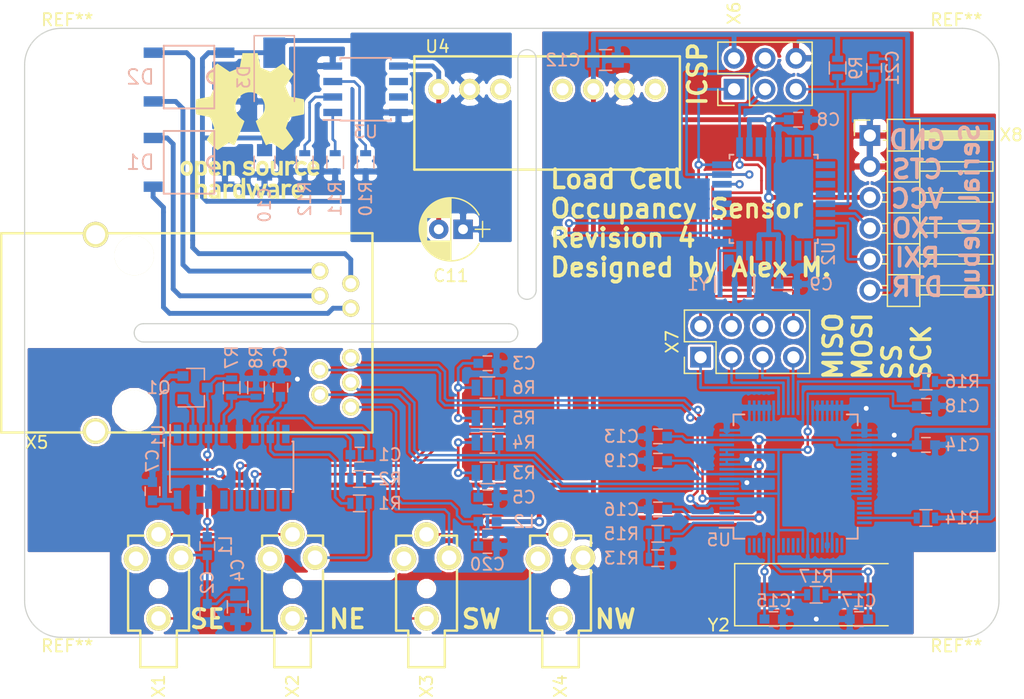
<source format=kicad_pcb>
(kicad_pcb (version 4) (host pcbnew 4.0.7)
  (title_block (title "Load Cell Occupancy Sensor") (date 2018-03-17) (rev 4) (company "Alex M."))
  (layers (0 F.Cu signal) (31 B.Cu signal) (34 B.Paste user) (35 F.Paste user) (36 B.SilkS user) (37 F.SilkS user) (38 B.Mask user) (39 F.Mask user) (44 Edge.Cuts user))
  (net 0 "")
  (net 1 "Net-(C1-Pad2)")
  (net 2 "Net-(C1-Pad1)")
  (net 3 GND)
  (net 4 "Net-(C2-Pad1)")
  (net 5 "Net-(C3-Pad1)")
  (net 6 "Net-(C5-Pad1)")
  (net 7 "Net-(C6-Pad1)")
  (net 8 +3V3)
  (net 9 "Net-(C11-Pad2)")
  (net 10 "Net-(C17-Pad1)")
  (net 11 /PoE_PD_Interface/VC36)
  (net 12 /PoE_PD_Interface/VC12)
  (net 13 /PoE_PD_Interface/VC45)
  (net 14 /PoE_PD_Interface/VC78)
  (net 15 "Net-(Q1-Pad1)")
  (net 16 "Net-(R1-Pad1)")
  (net 17 "Net-(R2-Pad1)")
  (net 18 "Net-(R7-Pad2)")
  (net 19 RST)
  (net 20 "Net-(R10-Pad1)")
  (net 21 "Net-(R11-Pad2)")
  (net 22 "Net-(R12-Pad2)")
  (net 23 "Net-(R13-Pad2)")
  (net 24 "Net-(R14-Pad2)")
  (net 25 "Net-(R15-Pad2)")
  (net 26 CLK)
  (net 27 DAT)
  (net 28 "Net-(U2-Pad7)")
  (net 29 "Net-(U2-Pad8)")
  (net 30 SS)
  (net 31 MOSI)
  (net 32 MISO)
  (net 33 SCK)
  (net 34 "Net-(X2-Pad3)")
  (net 35 "Net-(L1-Pad2)")
  (net 36 "Net-(R16-Pad2)")
  (net 37 "Net-(X1-Pad3)")
  (net 38 "Net-(X1-Pad4)")
  (net 39 "Net-(X3-Pad4)")
  (net 40 /PoE_PD_Interface/P)
  (net 41 /PoE_PD_Interface/N)
  (net 42 "Net-(C15-Pad1)")
  (net 43 /W5100_Ethernet_Interface/1V8)
  (net 44 "Net-(C20-Pad1)")
  (net 45 /TD+)
  (net 46 /TD-)
  (net 47 /RD+)
  (net 48 /RD-)
  (net 49 "Net-(U1-Pad9)")
  (net 50 "Net-(U1-Pad10)")
  (net 51 "Net-(U1-Pad13)")
  (net 52 "Net-(U2-Pad11)")
  (net 53 "Net-(U2-Pad12)")
  (net 54 "Net-(U2-Pad13)")
  (net 55 "Net-(U2-Pad19)")
  (net 56 "Net-(U2-Pad22)")
  (net 57 "Net-(U2-Pad23)")
  (net 58 "Net-(U2-Pad24)")
  (net 59 "Net-(U2-Pad25)")
  (net 60 "Net-(U2-Pad26)")
  (net 61 "Net-(U2-Pad27)")
  (net 62 "Net-(U2-Pad28)")
  (net 63 RXI)
  (net 64 TXO)
  (net 65 "Net-(U2-Pad32)")
  (net 66 "Net-(U3-Pad6)")
  (net 67 "Net-(U3-Pad7)")
  (net 68 "Net-(U4-Pad3)")
  (net 69 "Net-(U4-Pad5)")
  (net 70 "Net-(U4-Pad8)")
  (net 71 "Net-(U5-Pad3)")
  (net 72 "Net-(U5-Pad27)")
  (net 73 "Net-(U5-Pad28)")
  (net 74 "Net-(U5-Pad29)")
  (net 75 "Net-(U5-Pad30)")
  (net 76 "Net-(U5-Pad55)")
  (net 77 "Net-(U5-Pad56)")
  (net 78 "Net-(U5-Pad57)")
  (net 79 "Net-(U5-Pad58)")
  (net 80 "Net-(U5-Pad60)")
  (net 81 "Net-(U5-Pad61)")
  (net 82 "Net-(U5-Pad62)")
  (net 83 "Net-(U5-Pad66)")
  (net 84 "Net-(U5-Pad67)")
  (net 85 "Net-(U5-Pad70)")
  (net 86 "Net-(U5-Pad71)")
  (net 87 "Net-(U5-Pad72)")
  (net 88 "Net-(U5-Pad73)")
  (net 89 "Net-(U5-Pad78)")
  (net 90 "Net-(U5-Pad79)")
  (net 91 "Net-(U5-Pad80)")
  (net 92 "Net-(X1-Pad1)")
  (net 93 "Net-(X2-Pad1)")
  (net 94 DTR)
  (net 95 "Net-(U2-Pad1)")
  (net 96 "Net-(U2-Pad2)")
  (net 97 "Net-(X3-Pad3)")
  (net 98 "Net-(X4-Pad3)")
  (module AlexComponents:PG02S (layer F.Cu) (at 109 100)
    (fp_text reference U4 (at -0.1 -3.5) (layer F.SilkS))
    (fp_text value PG02S4803A)
    (pad 1 thru_hole circle (at 0 0) (size 1.7 1.7) (drill 1) (layers *.Cu *.Mask F.SilkS) (net 9 "Net-(C11-Pad2)"))
    (pad 2 thru_hole circle (at 2.54 0) (size 1.7 1.7) (drill 1) (layers *.Cu *.Mask F.SilkS) (net 40 /PoE_PD_Interface/P))
    (pad 3 thru_hole circle (at 5.08 0) (size 1.7 1.7) (drill 1) (layers *.Cu *.Mask F.SilkS) (net 68 "Net-(U4-Pad3)"))
    (pad 5 thru_hole circle (at 10.16 0) (size 1.7 1.7) (drill 1) (layers *.Cu *.Mask F.SilkS) (net 69 "Net-(U4-Pad5)"))
    (pad 6 thru_hole circle (at 12.7 0) (size 1.7 1.7) (drill 1) (layers *.Cu *.Mask F.SilkS) (net 8 +3V3))
    (pad 7 thru_hole circle (at 15.24 0) (size 1.7 1.7) (drill 1) (layers *.Cu *.Mask F.SilkS) (net 3 GND))
    (pad 8 thru_hole circle (at 17.78 0) (size 1.7 1.7) (drill 1) (layers *.Cu *.Mask F.SilkS) (net 70 "Net-(U4-Pad8)"))
  )
  (module Pin_Headers:Pin_Header_Straight_2x03_Pitch2.54mm (layer F.Cu) (at 133.25 100 90)
    (fp_text reference X6 (at 6.25 0 90) (layer F.SilkS))
    (fp_text value ICSP)
    (pad 1 thru_hole rect (at 0 0 90) (size 1.7 1.7) (drill 1) (layers *.Cu *.Mask) (net 32 MISO))
    (pad 2 thru_hole oval (at 2.54 0 90) (size 1.7 1.7) (drill 1) (layers *.Cu *.Mask) (net 8 +3V3))
    (pad 3 thru_hole oval (at 0 2.54 90) (size 1.7 1.7) (drill 1) (layers *.Cu *.Mask) (net 33 SCK))
    (pad 4 thru_hole oval (at 2.54 2.54 90) (size 1.7 1.7) (drill 1) (layers *.Cu *.Mask) (net 31 MOSI))
    (pad 5 thru_hole oval (at 0 5.08 90) (size 1.7 1.7) (drill 1) (layers *.Cu *.Mask) (net 19 RST))
    (pad 6 thru_hole oval (at 2.54 5.08 90) (size 1.7 1.7) (drill 1) (layers *.Cu *.Mask) (net 3 GND))
  )
  (module Pin_Headers:Pin_Header_Angled_1x06_Pitch2.54mm (layer F.Cu) (at 144.4 103.8)
    (fp_text reference X8 (at 11.6 -0.05) (layer F.SilkS))
    (fp_text value "Serial Interface")
    (pad 1 thru_hole rect (at 0 0) (size 1.7 1.7) (drill 1) (layers *.Cu *.Mask) (net 3 GND))
    (pad 2 thru_hole oval (at 0 2.54) (size 1.7 1.7) (drill 1) (layers *.Cu *.Mask) (net 3 GND))
    (pad 3 thru_hole oval (at 0 5.08) (size 1.7 1.7) (drill 1) (layers *.Cu *.Mask) (net 8 +3V3))
    (pad 4 thru_hole oval (at 0 7.62) (size 1.7 1.7) (drill 1) (layers *.Cu *.Mask) (net 63 RXI))
    (pad 5 thru_hole oval (at 0 10.16) (size 1.7 1.7) (drill 1) (layers *.Cu *.Mask) (net 64 TXO))
    (pad 6 thru_hole oval (at 0 12.7) (size 1.7 1.7) (drill 1) (layers *.Cu *.Mask) (net 94 DTR))
  )
  (module Housings_QFP:LQFP-80_10x10mm_Pitch0.4mm (layer B.Cu) (at 138.3 131.8)
    (fp_text reference U5 (at -6.3 5.2) (layer B.SilkS) (effects (justify mirror)))
    (fp_text value W5100)
    (pad 1 smd rect (at -5.65 3.8 270) (size 0.23 1.2) (layers B.Cu B.Paste B.Mask) (net 25 "Net-(R15-Pad2)"))
    (pad 2 smd rect (at -5.65 3.4 270) (size 0.23 1.2) (layers B.Cu B.Paste B.Mask) (net 8 +3V3))
    (pad 3 smd rect (at -5.65 3 270) (size 0.23 1.2) (layers B.Cu B.Paste B.Mask) (net 71 "Net-(U5-Pad3)"))
    (pad 4 smd rect (at -5.65 2.6 270) (size 0.23 1.2) (layers B.Cu B.Paste B.Mask) (net 3 GND))
    (pad 5 smd rect (at -5.65 2.2 270) (size 0.23 1.2) (layers B.Cu B.Paste B.Mask) (net 47 /RD+))
    (pad 6 smd rect (at -5.65 1.8 270) (size 0.23 1.2) (layers B.Cu B.Paste B.Mask) (net 48 /RD-))
    (pad 7 smd rect (at -5.65 1.4 270) (size 0.23 1.2) (layers B.Cu B.Paste B.Mask) (net 43 /W5100_Ethernet_Interface/1V8))
    (pad 8 smd rect (at -5.65 1 270) (size 0.23 1.2) (layers B.Cu B.Paste B.Mask) (net 45 /TD+))
    (pad 9 smd rect (at -5.65 0.6 270) (size 0.23 1.2) (layers B.Cu B.Paste B.Mask) (net 46 /TD-))
    (pad 10 smd rect (at -5.65 0.2 270) (size 0.23 1.2) (layers B.Cu B.Paste B.Mask) (net 3 GND))
    (pad 11 smd rect (at -5.65 -0.2 270) (size 0.23 1.2) (layers B.Cu B.Paste B.Mask) (net 43 /W5100_Ethernet_Interface/1V8))
    (pad 12 smd rect (at -5.65 -0.6 270) (size 0.23 1.2) (layers B.Cu B.Paste B.Mask) (net 8 +3V3))
    (pad 13 smd rect (at -5.65 -1 270) (size 0.23 1.2) (layers B.Cu B.Paste B.Mask) (net 3 GND))
    (pad 14 smd rect (at -5.65 -1.4 270) (size 0.23 1.2) (layers B.Cu B.Paste B.Mask) (net 3 GND))
    (pad 15 smd rect (at -5.65 -1.8 270) (size 0.23 1.2) (layers B.Cu B.Paste B.Mask) (net 43 /W5100_Ethernet_Interface/1V8))
    (pad 16 smd rect (at -5.65 -2.2 270) (size 0.23 1.2) (layers B.Cu B.Paste B.Mask) (net 43 /W5100_Ethernet_Interface/1V8))
    (pad 17 smd rect (at -5.65 -2.6 270) (size 0.23 1.2) (layers B.Cu B.Paste B.Mask) (net 3 GND))
    (pad 18 smd rect (at -5.65 -3 270) (size 0.23 1.2) (layers B.Cu B.Paste B.Mask) (net 8 +3V3))
    (pad 19 smd rect (at -5.65 -3.4 270) (size 0.23 1.2) (layers B.Cu B.Paste B.Mask) (net 3 GND))
    (pad 20 smd rect (at -5.65 -3.8 270) (size 0.23 1.2) (layers B.Cu B.Paste B.Mask) (net 3 GND))
    (pad 21 smd rect (at -3.8 -5.65) (size 0.23 1.2) (layers B.Cu B.Paste B.Mask) (net 3 GND))
    (pad 22 smd rect (at -3.4 -5.65) (size 0.23 1.2) (layers B.Cu B.Paste B.Mask) (net 3 GND))
    (pad 23 smd rect (at -3 -5.65) (size 0.23 1.2) (layers B.Cu B.Paste B.Mask) (net 3 GND))
    (pad 24 smd rect (at -2.6 -5.65) (size 0.23 1.2) (layers B.Cu B.Paste B.Mask) (net 3 GND))
    (pad 25 smd rect (at -2.2 -5.65) (size 0.23 1.2) (layers B.Cu B.Paste B.Mask) (net 3 GND))
    (pad 26 smd rect (at -1.8 -5.65) (size 0.23 1.2) (layers B.Cu B.Paste B.Mask) (net 3 GND))
    (pad 27 smd rect (at -1.4 -5.65) (size 0.23 1.2) (layers B.Cu B.Paste B.Mask) (net 72 "Net-(U5-Pad27)"))
    (pad 28 smd rect (at -1 -5.65) (size 0.23 1.2) (layers B.Cu B.Paste B.Mask) (net 73 "Net-(U5-Pad28)"))
    (pad 29 smd rect (at -0.6 -5.65) (size 0.23 1.2) (layers B.Cu B.Paste B.Mask) (net 74 "Net-(U5-Pad29)"))
    (pad 30 smd rect (at -0.2 -5.65) (size 0.23 1.2) (layers B.Cu B.Paste B.Mask) (net 75 "Net-(U5-Pad30)"))
    (pad 31 smd rect (at 0.2 -5.65) (size 0.23 1.2) (layers B.Cu B.Paste B.Mask) (net 36 "Net-(R16-Pad2)"))
    (pad 32 smd rect (at 0.6 -5.65) (size 0.23 1.2) (layers B.Cu B.Paste B.Mask) (net 3 GND))
    (pad 33 smd rect (at 1 -5.65) (size 0.23 1.2) (layers B.Cu B.Paste B.Mask) (net 43 /W5100_Ethernet_Interface/1V8))
    (pad 34 smd rect (at 1.4 -5.65) (size 0.23 1.2) (layers B.Cu B.Paste B.Mask) (net 3 GND))
    (pad 35 smd rect (at 1.8 -5.65) (size 0.23 1.2) (layers B.Cu B.Paste B.Mask) (net 3 GND))
    (pad 36 smd rect (at 2.2 -5.65) (size 0.23 1.2) (layers B.Cu B.Paste B.Mask) (net 3 GND))
    (pad 37 smd rect (at 2.6 -5.65) (size 0.23 1.2) (layers B.Cu B.Paste B.Mask) (net 3 GND))
    (pad 38 smd rect (at 3 -5.65) (size 0.23 1.2) (layers B.Cu B.Paste B.Mask) (net 3 GND))
    (pad 39 smd rect (at 3.4 -5.65) (size 0.23 1.2) (layers B.Cu B.Paste B.Mask) (net 3 GND))
    (pad 40 smd rect (at 3.8 -5.65) (size 0.23 1.2) (layers B.Cu B.Paste B.Mask) (net 3 GND))
    (pad 41 smd rect (at 5.65 -3.8 270) (size 0.23 1.2) (layers B.Cu B.Paste B.Mask) (net 3 GND))
    (pad 42 smd rect (at 5.65 -3.4 270) (size 0.23 1.2) (layers B.Cu B.Paste B.Mask) (net 3 GND))
    (pad 43 smd rect (at 5.65 -3 270) (size 0.23 1.2) (layers B.Cu B.Paste B.Mask) (net 3 GND))
    (pad 44 smd rect (at 5.65 -2.6 270) (size 0.23 1.2) (layers B.Cu B.Paste B.Mask) (net 8 +3V3))
    (pad 45 smd rect (at 5.65 -2.2 270) (size 0.23 1.2) (layers B.Cu B.Paste B.Mask) (net 3 GND))
    (pad 46 smd rect (at 5.65 -1.8 270) (size 0.23 1.2) (layers B.Cu B.Paste B.Mask) (net 3 GND))
    (pad 47 smd rect (at 5.65 -1.4 270) (size 0.23 1.2) (layers B.Cu B.Paste B.Mask) (net 3 GND))
    (pad 48 smd rect (at 5.65 -1 270) (size 0.23 1.2) (layers B.Cu B.Paste B.Mask) (net 3 GND))
    (pad 49 smd rect (at 5.65 -0.6 270) (size 0.23 1.2) (layers B.Cu B.Paste B.Mask) (net 3 GND))
    (pad 50 smd rect (at 5.65 -0.2 270) (size 0.23 1.2) (layers B.Cu B.Paste B.Mask) (net 3 GND))
    (pad 51 smd rect (at 5.65 0.2 270) (size 0.23 1.2) (layers B.Cu B.Paste B.Mask) (net 3 GND))
    (pad 52 smd rect (at 5.65 0.6 270) (size 0.23 1.2) (layers B.Cu B.Paste B.Mask) (net 3 GND))
    (pad 53 smd rect (at 5.65 1 270) (size 0.23 1.2) (layers B.Cu B.Paste B.Mask) (net 3 GND))
    (pad 54 smd rect (at 5.65 1.4 270) (size 0.23 1.2) (layers B.Cu B.Paste B.Mask) (net 3 GND))
    (pad 55 smd rect (at 5.65 1.8 270) (size 0.23 1.2) (layers B.Cu B.Paste B.Mask) (net 76 "Net-(U5-Pad55)"))
    (pad 56 smd rect (at 5.65 2.2 270) (size 0.23 1.2) (layers B.Cu B.Paste B.Mask) (net 77 "Net-(U5-Pad56)"))
    (pad 57 smd rect (at 5.65 2.6 270) (size 0.23 1.2) (layers B.Cu B.Paste B.Mask) (net 78 "Net-(U5-Pad57)"))
    (pad 58 smd rect (at 5.65 3 270) (size 0.23 1.2) (layers B.Cu B.Paste B.Mask) (net 79 "Net-(U5-Pad58)"))
    (pad 59 smd rect (at 5.65 3.4 270) (size 0.23 1.2) (layers B.Cu B.Paste B.Mask) (net 24 "Net-(R14-Pad2)"))
    (pad 60 smd rect (at 5.65 3.8 270) (size 0.23 1.2) (layers B.Cu B.Paste B.Mask) (net 80 "Net-(U5-Pad60)"))
    (pad 61 smd rect (at 3.8 5.65) (size 0.23 1.2) (layers B.Cu B.Paste B.Mask) (net 81 "Net-(U5-Pad61)"))
    (pad 62 smd rect (at 3.4 5.65) (size 0.23 1.2) (layers B.Cu B.Paste B.Mask) (net 82 "Net-(U5-Pad62)"))
    (pad 63 smd rect (at 3 5.65) (size 0.23 1.2) (layers B.Cu B.Paste B.Mask) (net 3 GND))
    (pad 64 smd rect (at 2.6 5.65) (size 0.23 1.2) (layers B.Cu B.Paste B.Mask) (net 3 GND))
    (pad 65 smd rect (at 2.2 5.65) (size 0.23 1.2) (layers B.Cu B.Paste B.Mask) (net 3 GND))
    (pad 66 smd rect (at 1.8 5.65) (size 0.23 1.2) (layers B.Cu B.Paste B.Mask) (net 83 "Net-(U5-Pad66)"))
    (pad 67 smd rect (at 1.4 5.65) (size 0.23 1.2) (layers B.Cu B.Paste B.Mask) (net 84 "Net-(U5-Pad67)"))
    (pad 68 smd rect (at 1 5.65) (size 0.23 1.2) (layers B.Cu B.Paste B.Mask) (net 3 GND))
    (pad 69 smd rect (at 0.6 5.65) (size 0.23 1.2) (layers B.Cu B.Paste B.Mask) (net 43 /W5100_Ethernet_Interface/1V8))
    (pad 70 smd rect (at 0.2 5.65) (size 0.23 1.2) (layers B.Cu B.Paste B.Mask) (net 85 "Net-(U5-Pad70)"))
    (pad 71 smd rect (at -0.2 5.65) (size 0.23 1.2) (layers B.Cu B.Paste B.Mask) (net 86 "Net-(U5-Pad71)"))
    (pad 72 smd rect (at -0.6 5.65) (size 0.23 1.2) (layers B.Cu B.Paste B.Mask) (net 87 "Net-(U5-Pad72)"))
    (pad 73 smd rect (at -1 5.65) (size 0.23 1.2) (layers B.Cu B.Paste B.Mask) (net 88 "Net-(U5-Pad73)"))
    (pad 74 smd rect (at -1.4 5.65) (size 0.23 1.2) (layers B.Cu B.Paste B.Mask) (net 43 /W5100_Ethernet_Interface/1V8))
    (pad 75 smd rect (at -1.8 5.65) (size 0.23 1.2) (layers B.Cu B.Paste B.Mask) (net 10 "Net-(C17-Pad1)"))
    (pad 76 smd rect (at -2.2 5.65) (size 0.23 1.2) (layers B.Cu B.Paste B.Mask) (net 42 "Net-(C15-Pad1)"))
    (pad 77 smd rect (at -2.6 5.65) (size 0.23 1.2) (layers B.Cu B.Paste B.Mask) (net 3 GND))
    (pad 78 smd rect (at -3 5.65) (size 0.23 1.2) (layers B.Cu B.Paste B.Mask) (net 89 "Net-(U5-Pad78)"))
    (pad 79 smd rect (at -3.4 5.65) (size 0.23 1.2) (layers B.Cu B.Paste B.Mask) (net 90 "Net-(U5-Pad79)"))
    (pad 80 smd rect (at -3.8 5.65) (size 0.23 1.2) (layers B.Cu B.Paste B.Mask) (net 91 "Net-(U5-Pad80)"))
  )
  (module AlexComponents:0813-1X1T-57-F_RJ45-Jack (layer F.Cu) (at 84 120 90)
    (fp_text reference X5 (at -9 -8 180) (layer F.SilkS))
    (fp_text value 0813-1X1T-57-F)
    (pad "" np_thru_hole circle (at -6.35 0 90) (size 3.25 3.25) (drill 3.25) (layers *.Cu *.Mask F.SilkS))
    (pad "" np_thru_hole circle (at 6.35 0 90) (size 3.25 3.25) (drill 3.25) (layers *.Cu *.Mask F.SilkS))
    (pad "" thru_hole circle (at 8.065 -3.17 90) (size 2.1 2.1) (drill 1.57) (layers *.Cu *.Mask F.SilkS))
    (pad "" thru_hole circle (at -8.065 -3.17 90) (size 2.1 2.1) (drill 1.57) (layers *.Cu *.Mask F.SilkS))
    (pad 1 thru_hole circle (at -5.08 15.24 90) (size 1.4 1.4) (drill 0.89) (layers *.Cu *.Mask F.SilkS) (net 45 /TD+))
    (pad 2 thru_hole circle (at -3.05 15.24 90) (size 1.4 1.4) (drill 0.89) (layers *.Cu *.Mask F.SilkS) (net 47 /RD+))
    (pad 5 thru_hole circle (at 3.04 15.24 90) (size 1.4 1.4) (drill 0.89) (layers *.Cu *.Mask F.SilkS) (net 12 /PoE_PD_Interface/VC12))
    (pad 6 thru_hole circle (at 5.07 15.24 90) (size 1.4 1.4) (drill 0.89) (layers *.Cu *.Mask F.SilkS) (net 13 /PoE_PD_Interface/VC45))
    (pad 7 thru_hole circle (at -6.1 17.78 90) (size 1.4 1.4) (drill 0.89) (layers *.Cu *.Mask F.SilkS) (net 44 "Net-(C20-Pad1)"))
    (pad 8 thru_hole circle (at -4.07 17.78 90) (size 1.4 1.4) (drill 0.89) (layers *.Cu *.Mask F.SilkS) (net 46 /TD-))
    (pad 9 thru_hole circle (at -2.04 17.78 90) (size 1.4 1.4) (drill 0.89) (layers *.Cu *.Mask F.SilkS) (net 48 /RD-))
    (pad 10 thru_hole circle (at 2.02 17.78 90) (size 1.4 1.4) (drill 0.89) (layers *.Cu *.Mask F.SilkS) (net 11 /PoE_PD_Interface/VC36))
    (pad 11 thru_hole circle (at 4.05 17.78 90) (size 1.4 1.4) (drill 0.89) (layers *.Cu *.Mask F.SilkS) (net 14 /PoE_PD_Interface/VC78))
  )
  (module Capacitors_SMD:C_0603 (layer B.Cu) (at 102.5 130 180)
    (fp_text reference C1 (at -2.5 0 180) (layer B.SilkS) (effects (justify mirror)))
    (fp_text value 100n)
    (pad 2 smd rect (at 0.75 0 180) (size 0.8 0.75) (layers B.Cu B.Paste B.Mask) (net 1 "Net-(C1-Pad2)"))
    (pad 1 smd rect (at -0.75 0 180) (size 0.8 0.75) (layers B.Cu B.Paste B.Mask) (net 2 "Net-(C1-Pad1)"))
  )
  (module Capacitors_SMD:C_0603 (layer B.Cu) (at 90 143 270)
    (fp_text reference C2 (at -2.5 0 270) (layer B.SilkS) (effects (justify mirror)))
    (fp_text value 100n)
    (pad 2 smd rect (at 0.75 0 270) (size 0.8 0.75) (layers B.Cu B.Paste B.Mask) (net 3 GND))
    (pad 1 smd rect (at -0.75 0 270) (size 0.8 0.75) (layers B.Cu B.Paste B.Mask) (net 4 "Net-(C2-Pad1)"))
  )
  (module Capacitors_SMD:C_0603 (layer B.Cu) (at 113 122.5)
    (fp_text reference C3 (at 3 0) (layer B.SilkS) (effects (justify mirror)))
    (fp_text value 100n)
    (pad 2 smd rect (at 0.75 0) (size 0.8 0.75) (layers B.Cu B.Paste B.Mask) (net 3 GND))
    (pad 1 smd rect (at -0.75 0) (size 0.8 0.75) (layers B.Cu B.Paste B.Mask) (net 5 "Net-(C3-Pad1)"))
  )
  (module Capacitors_SMD:C_0805 (layer B.Cu) (at 92.5 142.5 270)
    (fp_text reference C4 (at -3 0 270) (layer B.SilkS) (effects (justify mirror)))
    (fp_text value 10u)
    (pad 1 smd rect (at -1 0 270) (size 1 1.25) (layers B.Cu B.Paste B.Mask) (net 4 "Net-(C2-Pad1)"))
    (pad 2 smd rect (at 1 0 270) (size 1 1.25) (layers B.Cu B.Paste B.Mask) (net 3 GND))
  )
  (module Capacitors_SMD:C_0603 (layer B.Cu) (at 113 133.5)
    (fp_text reference C5 (at 3 0) (layer B.SilkS) (effects (justify mirror)))
    (fp_text value 100n)
    (pad 2 smd rect (at 0.75 0) (size 0.8 0.75) (layers B.Cu B.Paste B.Mask) (net 3 GND))
    (pad 1 smd rect (at -0.75 0) (size 0.8 0.75) (layers B.Cu B.Paste B.Mask) (net 6 "Net-(C5-Pad1)"))
  )
  (module Capacitors_SMD:C_0603 (layer B.Cu) (at 96 124.5 90)
    (fp_text reference C6 (at 2.5 0 90) (layer B.SilkS) (effects (justify mirror)))
    (fp_text value 100n)
    (pad 2 smd rect (at 0.75 0 90) (size 0.8 0.75) (layers B.Cu B.Paste B.Mask) (net 3 GND))
    (pad 1 smd rect (at -0.75 0 90) (size 0.8 0.75) (layers B.Cu B.Paste B.Mask) (net 7 "Net-(C6-Pad1)"))
  )
  (module Capacitors_SMD:C_0603 (layer B.Cu) (at 85.5 133 90)
    (fp_text reference C7 (at 2.5 0 90) (layer B.SilkS) (effects (justify mirror)))
    (fp_text value 100n)
    (pad 2 smd rect (at 0.75 0 90) (size 0.8 0.75) (layers B.Cu B.Paste B.Mask) (net 3 GND))
    (pad 1 smd rect (at -0.75 0 90) (size 0.8 0.75) (layers B.Cu B.Paste B.Mask) (net 8 +3V3))
  )
  (module Capacitors_SMD:C_0603 (layer B.Cu) (at 138.5 102.5)
    (fp_text reference C8 (at 2.5 0) (layer B.SilkS) (effects (justify mirror)))
    (fp_text value 100n)
    (pad 2 smd rect (at 0.75 0) (size 0.8 0.75) (layers B.Cu B.Paste B.Mask) (net 3 GND))
    (pad 1 smd rect (at -0.75 0) (size 0.8 0.75) (layers B.Cu B.Paste B.Mask) (net 8 +3V3))
  )
  (module Capacitors_SMD:C_0603 (layer B.Cu) (at 137.66 116)
    (fp_text reference C9 (at 2.75 0) (layer B.SilkS) (effects (justify mirror)))
    (fp_text value 100n)
    (pad 2 smd rect (at 0.75 0) (size 0.8 0.75) (layers B.Cu B.Paste B.Mask) (net 3 GND))
    (pad 1 smd rect (at -0.75 0) (size 0.8 0.75) (layers B.Cu B.Paste B.Mask) (net 8 +3V3))
  )
  (module Capacitors_SMD:C_0805 (layer B.Cu) (at 94.7 106 270)
    (fp_text reference C10 (at 3.5 0 270) (layer B.SilkS) (effects (justify mirror)))
    (fp_text value 100n)
    (pad 1 smd rect (at -1 0 270) (size 1 1.25) (layers B.Cu B.Paste B.Mask) (net 40 /PoE_PD_Interface/P))
    (pad 2 smd rect (at 1 0 270) (size 1 1.25) (layers B.Cu B.Paste B.Mask) (net 41 /PoE_PD_Interface/N))
  )
  (module Capacitors_ThroughHole:CP_Radial_D5.0mm_P2.00mm (layer F.Cu) (at 111 111.5 180)
    (fp_text reference C11 (at 1 -3.81 180) (layer F.SilkS))
    (fp_text value 22u)
    (pad 1 thru_hole rect (at 0 0 180) (size 1.6 1.6) (drill 0.8) (layers *.Cu *.Mask) (net 40 /PoE_PD_Interface/P))
    (pad 2 thru_hole circle (at 2 0 180) (size 1.6 1.6) (drill 0.8) (layers *.Cu *.Mask) (net 9 "Net-(C11-Pad2)"))
  )
  (module Capacitors_SMD:C_0805 (layer B.Cu) (at 122.7 97.6)
    (fp_text reference C12 (at -3.5 0) (layer B.SilkS) (effects (justify mirror)))
    (fp_text value 10u)
    (pad 1 smd rect (at -1 0) (size 1 1.25) (layers B.Cu B.Paste B.Mask) (net 8 +3V3))
    (pad 2 smd rect (at 1 0) (size 1 1.25) (layers B.Cu B.Paste B.Mask) (net 3 GND))
  )
  (module Capacitors_SMD:C_0603 (layer B.Cu) (at 127 128.5 180)
    (fp_text reference C13 (at 3 0 180) (layer B.SilkS) (effects (justify mirror)))
    (fp_text value 100n)
    (pad 2 smd rect (at 0.75 0 180) (size 0.8 0.75) (layers B.Cu B.Paste B.Mask) (net 3 GND))
    (pad 1 smd rect (at -0.75 0 180) (size 0.8 0.75) (layers B.Cu B.Paste B.Mask) (net 8 +3V3))
  )
  (module Capacitors_SMD:C_0603 (layer B.Cu) (at 149 129.2)
    (fp_text reference C14 (at 3 0) (layer B.SilkS) (effects (justify mirror)))
    (fp_text value 100n)
    (pad 2 smd rect (at 0.75 0) (size 0.8 0.75) (layers B.Cu B.Paste B.Mask) (net 3 GND))
    (pad 1 smd rect (at -0.75 0) (size 0.8 0.75) (layers B.Cu B.Paste B.Mask) (net 8 +3V3))
  )
  (module Capacitors_SMD:C_0603 (layer B.Cu) (at 136.5 143.5)
    (fp_text reference C15 (at 0 -1.5) (layer B.SilkS) (effects (justify mirror)))
    (fp_text value 18p)
    (pad 2 smd rect (at 0.75 0) (size 0.8 0.75) (layers B.Cu B.Paste B.Mask) (net 3 GND))
    (pad 1 smd rect (at -0.75 0) (size 0.8 0.75) (layers B.Cu B.Paste B.Mask) (net 42 "Net-(C15-Pad1)"))
  )
  (module Capacitors_SMD:C_0603 (layer B.Cu) (at 127 134.5 180)
    (fp_text reference C16 (at 3 0 180) (layer B.SilkS) (effects (justify mirror)))
    (fp_text value 100n)
    (pad 2 smd rect (at 0.75 0 180) (size 0.8 0.75) (layers B.Cu B.Paste B.Mask) (net 3 GND))
    (pad 1 smd rect (at -0.75 0 180) (size 0.8 0.75) (layers B.Cu B.Paste B.Mask) (net 8 +3V3))
  )
  (module Capacitors_SMD:C_0603 (layer B.Cu) (at 143.5 143.5 180)
    (fp_text reference C17 (at 0 1.5 180) (layer B.SilkS) (effects (justify mirror)))
    (fp_text value 18p)
    (pad 2 smd rect (at 0.75 0 180) (size 0.8 0.75) (layers B.Cu B.Paste B.Mask) (net 3 GND))
    (pad 1 smd rect (at -0.75 0 180) (size 0.8 0.75) (layers B.Cu B.Paste B.Mask) (net 10 "Net-(C17-Pad1)"))
  )
  (module Capacitors_SMD:C_0603 (layer B.Cu) (at 149 126)
    (fp_text reference C18 (at 3 0) (layer B.SilkS) (effects (justify mirror)))
    (fp_text value 100n)
    (pad 2 smd rect (at 0.75 0) (size 0.8 0.75) (layers B.Cu B.Paste B.Mask) (net 3 GND))
    (pad 1 smd rect (at -0.75 0) (size 0.8 0.75) (layers B.Cu B.Paste B.Mask) (net 43 /W5100_Ethernet_Interface/1V8))
  )
  (module Capacitors_SMD:C_0603 (layer B.Cu) (at 127 130.5 180)
    (fp_text reference C19 (at 3 0 180) (layer B.SilkS) (effects (justify mirror)))
    (fp_text value 100n)
    (pad 2 smd rect (at 0.75 0 180) (size 0.8 0.75) (layers B.Cu B.Paste B.Mask) (net 3 GND))
    (pad 1 smd rect (at -0.75 0 180) (size 0.8 0.75) (layers B.Cu B.Paste B.Mask) (net 43 /W5100_Ethernet_Interface/1V8))
  )
  (module AlexComponents:Micro-DIP-4 (layer B.Cu) (at 88.5 106 270)
    (fp_text reference D1 (at 0 4 360) (layer B.SilkS) (effects (font (size 1.2 1.2)) (justify mirror)))
    (fp_text value MDB6S)
    (pad 4 smd rect (at -2 2.95 270) (size 0.85 1.55) (layers B.Cu B.Paste B.Mask) (net 12 /PoE_PD_Interface/VC12))
    (pad 1 smd rect (at -2 -2.95 270) (size 0.85 1.55) (layers B.Cu B.Paste B.Mask) (net 40 /PoE_PD_Interface/P))
    (pad 3 smd rect (at 2 2.95 270) (size 0.85 1.55) (layers B.Cu B.Paste B.Mask) (net 11 /PoE_PD_Interface/VC36))
    (pad 2 smd rect (at 2 -2.95 270) (size 0.85 1.55) (layers B.Cu B.Paste B.Mask) (net 41 /PoE_PD_Interface/N))
  )
  (module AlexComponents:Micro-DIP-4 (layer B.Cu) (at 88.5 99 270)
    (fp_text reference D2 (at 0 4 360) (layer B.SilkS) (effects (font (size 1.2 1.2)) (justify mirror)))
    (fp_text value MDB6S)
    (pad 4 smd rect (at -2 2.95 270) (size 0.85 1.55) (layers B.Cu B.Paste B.Mask) (net 14 /PoE_PD_Interface/VC78))
    (pad 1 smd rect (at -2 -2.95 270) (size 0.85 1.55) (layers B.Cu B.Paste B.Mask) (net 40 /PoE_PD_Interface/P))
    (pad 3 smd rect (at 2 2.95 270) (size 0.85 1.55) (layers B.Cu B.Paste B.Mask) (net 13 /PoE_PD_Interface/VC45))
    (pad 2 smd rect (at 2 -2.95 270) (size 0.85 1.55) (layers B.Cu B.Paste B.Mask) (net 41 /PoE_PD_Interface/N))
  )
  (module Capacitors_SMD:C_0603 (layer B.Cu) (at 113 135.5 180)
    (fp_text reference L2 (at -3 0 180) (layer B.SilkS) (effects (justify mirror)))
    (fp_text value 1uH)
    (pad 2 smd rect (at 0.75 0 180) (size 0.8 0.75) (layers B.Cu B.Paste B.Mask) (net 44 "Net-(C20-Pad1)"))
    (pad 1 smd rect (at -0.75 0 180) (size 0.8 0.75) (layers B.Cu B.Paste B.Mask) (net 8 +3V3))
  )
  (module Capacitors_SMD:C_0603 (layer B.Cu) (at 90 137.5 90)
    (fp_text reference L1 (at 0 1.5 90) (layer B.SilkS) (effects (justify mirror)))
    (fp_text value 1uH)
    (pad 2 smd rect (at 0.75 0 90) (size 0.8 0.75) (layers B.Cu B.Paste B.Mask) (net 35 "Net-(L1-Pad2)"))
    (pad 1 smd rect (at -0.75 0 90) (size 0.8 0.75) (layers B.Cu B.Paste B.Mask) (net 4 "Net-(C2-Pad1)"))
  )
  (module TO_SOT_Packages_SMD:SOT-23 (layer B.Cu) (at 89 124.5)
    (fp_text reference Q1 (at -3 0) (layer B.SilkS) (effects (justify mirror)))
    (fp_text value MMBT4403)
    (pad 1 smd rect (at -1 0.95) (size 0.9 0.8) (layers B.Cu B.Paste B.Mask) (net 15 "Net-(Q1-Pad1)"))
    (pad 2 smd rect (at -1 -0.95) (size 0.9 0.8) (layers B.Cu B.Paste B.Mask) (net 8 +3V3))
    (pad 3 smd rect (at 1 0) (size 0.9 0.8) (layers B.Cu B.Paste B.Mask) (net 35 "Net-(L1-Pad2)"))
  )
  (module Resistors_SMD:R_0603 (layer B.Cu) (at 102.5 134 180)
    (fp_text reference R1 (at -2.5 0 180) (layer B.SilkS) (effects (justify mirror)))
    (fp_text value 100)
    (pad 1 smd rect (at -0.75 0 180) (size 0.5 0.9) (layers B.Cu B.Paste B.Mask) (net 16 "Net-(R1-Pad1)"))
    (pad 2 smd rect (at 0.75 0 180) (size 0.5 0.9) (layers B.Cu B.Paste B.Mask) (net 2 "Net-(C1-Pad1)"))
  )
  (module Resistors_SMD:R_0603 (layer B.Cu) (at 102.5 132 180)
    (fp_text reference R2 (at -2.5 0 360) (layer B.SilkS) (effects (justify mirror)))
    (fp_text value 100)
    (pad 1 smd rect (at -0.75 0 180) (size 0.5 0.9) (layers B.Cu B.Paste B.Mask) (net 17 "Net-(R2-Pad1)"))
    (pad 2 smd rect (at 0.75 0 180) (size 0.5 0.9) (layers B.Cu B.Paste B.Mask) (net 1 "Net-(C1-Pad2)"))
  )
  (module Resistors_SMD:R_0805 (layer B.Cu) (at 113 131.5 180)
    (fp_text reference R3 (at -3 0 180) (layer B.SilkS) (effects (justify mirror)))
    (fp_text value 49.9)
    (pad 1 smd rect (at -0.95 0 180) (size 0.7 1.3) (layers B.Cu B.Paste B.Mask) (net 45 /TD+))
    (pad 2 smd rect (at 0.95 0 180) (size 0.7 1.3) (layers B.Cu B.Paste B.Mask) (net 6 "Net-(C5-Pad1)"))
  )
  (module Resistors_SMD:R_0805 (layer B.Cu) (at 113 129 180)
    (fp_text reference R4 (at -3 0 180) (layer B.SilkS) (effects (justify mirror)))
    (fp_text value 49.9)
    (pad 1 smd rect (at -0.95 0 180) (size 0.7 1.3) (layers B.Cu B.Paste B.Mask) (net 46 /TD-))
    (pad 2 smd rect (at 0.95 0 180) (size 0.7 1.3) (layers B.Cu B.Paste B.Mask) (net 6 "Net-(C5-Pad1)"))
  )
  (module Resistors_SMD:R_0805 (layer B.Cu) (at 113 127 180)
    (fp_text reference R5 (at -3 0 180) (layer B.SilkS) (effects (justify mirror)))
    (fp_text value 49.9)
    (pad 1 smd rect (at -0.95 0 180) (size 0.7 1.3) (layers B.Cu B.Paste B.Mask) (net 47 /RD+))
    (pad 2 smd rect (at 0.95 0 180) (size 0.7 1.3) (layers B.Cu B.Paste B.Mask) (net 5 "Net-(C3-Pad1)"))
  )
  (module Resistors_SMD:R_0805 (layer B.Cu) (at 113 124.5 180)
    (fp_text reference R6 (at -3 0 360) (layer B.SilkS) (effects (justify mirror)))
    (fp_text value 49.9)
    (pad 1 smd rect (at -0.95 0 180) (size 0.7 1.3) (layers B.Cu B.Paste B.Mask) (net 48 /RD-))
    (pad 2 smd rect (at 0.95 0 180) (size 0.7 1.3) (layers B.Cu B.Paste B.Mask) (net 5 "Net-(C3-Pad1)"))
  )
  (module Resistors_SMD:R_0603 (layer B.Cu) (at 92 124.5 270)
    (fp_text reference R7 (at -2.5 0 270) (layer B.SilkS) (effects (justify mirror)))
    (fp_text value 20k)
    (pad 1 smd rect (at -0.75 0 270) (size 0.5 0.9) (layers B.Cu B.Paste B.Mask) (net 35 "Net-(L1-Pad2)"))
    (pad 2 smd rect (at 0.75 0 270) (size 0.5 0.9) (layers B.Cu B.Paste B.Mask) (net 18 "Net-(R7-Pad2)"))
  )
  (module Resistors_SMD:R_0603 (layer B.Cu) (at 94 124.5 90)
    (fp_text reference R8 (at 2.5 0 90) (layer B.SilkS) (effects (justify mirror)))
    (fp_text value 8.2k)
    (pad 1 smd rect (at -0.75 0 90) (size 0.5 0.9) (layers B.Cu B.Paste B.Mask) (net 18 "Net-(R7-Pad2)"))
    (pad 2 smd rect (at 0.75 0 90) (size 0.5 0.9) (layers B.Cu B.Paste B.Mask) (net 3 GND))
  )
  (module Resistors_SMD:R_0603 (layer B.Cu) (at 141.75 98.25 270)
    (fp_text reference R9 (at 0 -1.5 270) (layer B.SilkS) (effects (justify mirror)))
    (fp_text value 12k)
    (pad 1 smd rect (at -0.75 0 270) (size 0.5 0.9) (layers B.Cu B.Paste B.Mask) (net 8 +3V3))
    (pad 2 smd rect (at 0.75 0 270) (size 0.5 0.9) (layers B.Cu B.Paste B.Mask) (net 19 RST))
  )
  (module Resistors_SMD:R_0603 (layer B.Cu) (at 103 106 270)
    (fp_text reference R10 (at 3 0 270) (layer B.SilkS) (effects (justify mirror)))
    (fp_text value 24.9k)
    (pad 1 smd rect (at -0.75 0 270) (size 0.5 0.9) (layers B.Cu B.Paste B.Mask) (net 20 "Net-(R10-Pad1)"))
    (pad 2 smd rect (at 0.75 0 270) (size 0.5 0.9) (layers B.Cu B.Paste B.Mask) (net 40 /PoE_PD_Interface/P))
  )
  (module Resistors_SMD:R_0603 (layer B.Cu) (at 100.5 106 90)
    (fp_text reference R11 (at -3 0 90) (layer B.SilkS) (effects (justify mirror)))
    (fp_text value 178k)
    (pad 1 smd rect (at -0.75 0 90) (size 0.5 0.9) (layers B.Cu B.Paste B.Mask) (net 41 /PoE_PD_Interface/N))
    (pad 2 smd rect (at 0.75 0 90) (size 0.5 0.9) (layers B.Cu B.Paste B.Mask) (net 21 "Net-(R11-Pad2)"))
  )
  (module Resistors_SMD:R_0603 (layer B.Cu) (at 98 106 90)
    (fp_text reference R12 (at -3 0 90) (layer B.SilkS) (effects (justify mirror)))
    (fp_text value 4420)
    (pad 1 smd rect (at -0.75 0 90) (size 0.5 0.9) (layers B.Cu B.Paste B.Mask) (net 41 /PoE_PD_Interface/N))
    (pad 2 smd rect (at 0.75 0 90) (size 0.5 0.9) (layers B.Cu B.Paste B.Mask) (net 22 "Net-(R12-Pad2)"))
  )
  (module Resistors_SMD:R_0603 (layer B.Cu) (at 127 138.5 180)
    (fp_text reference R13 (at 3 0 180) (layer B.SilkS) (effects (justify mirror)))
    (fp_text value 300)
    (pad 1 smd rect (at -0.75 0 180) (size 0.5 0.9) (layers B.Cu B.Paste B.Mask) (net 3 GND))
    (pad 2 smd rect (at 0.75 0 180) (size 0.5 0.9) (layers B.Cu B.Paste B.Mask) (net 23 "Net-(R13-Pad2)"))
  )
  (module Resistors_SMD:R_0603 (layer B.Cu) (at 127 136.5)
    (fp_text reference R15 (at -3 0) (layer B.SilkS) (effects (justify mirror)))
    (fp_text value 12k)
    (pad 1 smd rect (at -0.75 0) (size 0.5 0.9) (layers B.Cu B.Paste B.Mask) (net 23 "Net-(R13-Pad2)"))
    (pad 2 smd rect (at 0.75 0) (size 0.5 0.9) (layers B.Cu B.Paste B.Mask) (net 25 "Net-(R15-Pad2)"))
  )
  (module Resistors_SMD:R_0603 (layer B.Cu) (at 149 124 180)
    (fp_text reference R16 (at -3 0 360) (layer B.SilkS) (effects (justify mirror)))
    (fp_text value 12k)
    (pad 1 smd rect (at -0.75 0 180) (size 0.5 0.9) (layers B.Cu B.Paste B.Mask) (net 8 +3V3))
    (pad 2 smd rect (at 0.75 0 180) (size 0.5 0.9) (layers B.Cu B.Paste B.Mask) (net 36 "Net-(R16-Pad2)"))
  )
  (module Housings_SOIC:SOIC-16_3.9x9.9mm_Pitch1.27mm (layer B.Cu) (at 92 131 270)
    (fp_text reference U1 (at -2.5 6 270) (layer B.SilkS) (effects (justify mirror)))
    (fp_text value HX711)
    (pad 1 smd rect (at -2.7 4.445 270) (size 1.5 0.6) (layers B.Cu B.Paste B.Mask) (net 8 +3V3))
    (pad 2 smd rect (at -2.7 3.175 270) (size 1.5 0.6) (layers B.Cu B.Paste B.Mask) (net 15 "Net-(Q1-Pad1)"))
    (pad 3 smd rect (at -2.7 1.905 270) (size 1.5 0.6) (layers B.Cu B.Paste B.Mask) (net 35 "Net-(L1-Pad2)"))
    (pad 4 smd rect (at -2.7 0.635 270) (size 1.5 0.6) (layers B.Cu B.Paste B.Mask) (net 18 "Net-(R7-Pad2)"))
    (pad 5 smd rect (at -2.7 -0.635 270) (size 1.5 0.6) (layers B.Cu B.Paste B.Mask) (net 3 GND))
    (pad 6 smd rect (at -2.7 -1.905 270) (size 1.5 0.6) (layers B.Cu B.Paste B.Mask) (net 7 "Net-(C6-Pad1)"))
    (pad 7 smd rect (at -2.7 -3.175 270) (size 1.5 0.6) (layers B.Cu B.Paste B.Mask) (net 2 "Net-(C1-Pad1)"))
    (pad 8 smd rect (at -2.7 -4.445 270) (size 1.5 0.6) (layers B.Cu B.Paste B.Mask) (net 1 "Net-(C1-Pad2)"))
    (pad 9 smd rect (at 2.7 -4.445 270) (size 1.5 0.6) (layers B.Cu B.Paste B.Mask) (net 49 "Net-(U1-Pad9)"))
    (pad 10 smd rect (at 2.7 -3.175 270) (size 1.5 0.6) (layers B.Cu B.Paste B.Mask) (net 50 "Net-(U1-Pad10)"))
    (pad 11 smd rect (at 2.7 -1.905 270) (size 1.5 0.6) (layers B.Cu B.Paste B.Mask) (net 26 CLK))
    (pad 12 smd rect (at 2.7 -0.635 270) (size 1.5 0.6) (layers B.Cu B.Paste B.Mask) (net 27 DAT))
    (pad 13 smd rect (at 2.7 0.635 270) (size 1.5 0.6) (layers B.Cu B.Paste B.Mask) (net 51 "Net-(U1-Pad13)"))
    (pad 14 smd rect (at 2.7 1.905 270) (size 1.5 0.6) (layers B.Cu B.Paste B.Mask) (net 3 GND))
    (pad 15 smd rect (at 2.7 3.175 270) (size 1.5 0.6) (layers B.Cu B.Paste B.Mask) (net 3 GND))
    (pad 16 smd rect (at 2.7 4.445 270) (size 1.5 0.6) (layers B.Cu B.Paste B.Mask) (net 8 +3V3))
  )
  (module Housings_QFP:TQFP-32_7x7mm_Pitch0.8mm (layer B.Cu) (at 136.5 109 90)
    (fp_text reference U2 (at -4.5 4.5 90) (layer B.SilkS) (effects (justify mirror)))
    (fp_text value ATMEGA328P-AU)
    (pad 1 smd rect (at -4.25 2.8 90) (size 1.6 0.55) (layers B.Cu B.Paste B.Mask) (net 95 "Net-(U2-Pad1)"))
    (pad 2 smd rect (at -4.25 2 90) (size 1.6 0.55) (layers B.Cu B.Paste B.Mask) (net 96 "Net-(U2-Pad2)"))
    (pad 3 smd rect (at -4.25 1.2 90) (size 1.6 0.55) (layers B.Cu B.Paste B.Mask) (net 3 GND))
    (pad 4 smd rect (at -4.25 0.4 90) (size 1.6 0.55) (layers B.Cu B.Paste B.Mask) (net 8 +3V3))
    (pad 5 smd rect (at -4.25 -0.4 90) (size 1.6 0.55) (layers B.Cu B.Paste B.Mask) (net 3 GND))
    (pad 6 smd rect (at -4.25 -1.2 90) (size 1.6 0.55) (layers B.Cu B.Paste B.Mask) (net 8 +3V3))
    (pad 7 smd rect (at -4.25 -2 90) (size 1.6 0.55) (layers B.Cu B.Paste B.Mask) (net 28 "Net-(U2-Pad7)"))
    (pad 8 smd rect (at -4.25 -2.8 90) (size 1.6 0.55) (layers B.Cu B.Paste B.Mask) (net 29 "Net-(U2-Pad8)"))
    (pad 9 smd rect (at -2.8 -4.25) (size 1.6 0.55) (layers B.Cu B.Paste B.Mask) (net 27 DAT))
    (pad 10 smd rect (at -2 -4.25) (size 1.6 0.55) (layers B.Cu B.Paste B.Mask) (net 26 CLK))
    (pad 11 smd rect (at -1.2 -4.25) (size 1.6 0.55) (layers B.Cu B.Paste B.Mask) (net 52 "Net-(U2-Pad11)"))
    (pad 12 smd rect (at -0.4 -4.25) (size 1.6 0.55) (layers B.Cu B.Paste B.Mask) (net 53 "Net-(U2-Pad12)"))
    (pad 13 smd rect (at 0.4 -4.25) (size 1.6 0.55) (layers B.Cu B.Paste B.Mask) (net 54 "Net-(U2-Pad13)"))
    (pad 14 smd rect (at 1.2 -4.25) (size 1.6 0.55) (layers B.Cu B.Paste B.Mask) (net 30 SS))
    (pad 15 smd rect (at 2 -4.25) (size 1.6 0.55) (layers B.Cu B.Paste B.Mask) (net 31 MOSI))
    (pad 16 smd rect (at 2.8 -4.25) (size 1.6 0.55) (layers B.Cu B.Paste B.Mask) (net 32 MISO))
    (pad 17 smd rect (at 4.25 -2.8 90) (size 1.6 0.55) (layers B.Cu B.Paste B.Mask) (net 33 SCK))
    (pad 18 smd rect (at 4.25 -2 90) (size 1.6 0.55) (layers B.Cu B.Paste B.Mask) (net 8 +3V3))
    (pad 19 smd rect (at 4.25 -1.2 90) (size 1.6 0.55) (layers B.Cu B.Paste B.Mask) (net 55 "Net-(U2-Pad19)"))
    (pad 20 smd rect (at 4.25 -0.4 90) (size 1.6 0.55) (layers B.Cu B.Paste B.Mask) (net 8 +3V3))
    (pad 21 smd rect (at 4.25 0.4 90) (size 1.6 0.55) (layers B.Cu B.Paste B.Mask) (net 3 GND))
    (pad 22 smd rect (at 4.25 1.2 90) (size 1.6 0.55) (layers B.Cu B.Paste B.Mask) (net 56 "Net-(U2-Pad22)"))
    (pad 23 smd rect (at 4.25 2 90) (size 1.6 0.55) (layers B.Cu B.Paste B.Mask) (net 57 "Net-(U2-Pad23)"))
    (pad 24 smd rect (at 4.25 2.8 90) (size 1.6 0.55) (layers B.Cu B.Paste B.Mask) (net 58 "Net-(U2-Pad24)"))
    (pad 25 smd rect (at 2.8 4.25) (size 1.6 0.55) (layers B.Cu B.Paste B.Mask) (net 59 "Net-(U2-Pad25)"))
    (pad 26 smd rect (at 2 4.25) (size 1.6 0.55) (layers B.Cu B.Paste B.Mask) (net 60 "Net-(U2-Pad26)"))
    (pad 27 smd rect (at 1.2 4.25) (size 1.6 0.55) (layers B.Cu B.Paste B.Mask) (net 61 "Net-(U2-Pad27)"))
    (pad 28 smd rect (at 0.4 4.25) (size 1.6 0.55) (layers B.Cu B.Paste B.Mask) (net 62 "Net-(U2-Pad28)"))
    (pad 29 smd rect (at -0.4 4.25) (size 1.6 0.55) (layers B.Cu B.Paste B.Mask) (net 19 RST))
    (pad 30 smd rect (at -1.2 4.25) (size 1.6 0.55) (layers B.Cu B.Paste B.Mask) (net 63 RXI))
    (pad 31 smd rect (at -2 4.25) (size 1.6 0.55) (layers B.Cu B.Paste B.Mask) (net 64 TXO))
    (pad 32 smd rect (at -2.8 4.25) (size 1.6 0.55) (layers B.Cu B.Paste B.Mask) (net 65 "Net-(U2-Pad32)"))
  )
  (module Housings_SOIC:SOIC-8_3.9x4.9mm_Pitch1.27mm (layer B.Cu) (at 103 100)
    (fp_text reference U3 (at 0 3.5) (layer B.SilkS) (effects (justify mirror)))
    (fp_text value NCP1090)
    (pad 1 smd rect (at -2.7 1.905) (size 1.55 0.6) (layers B.Cu B.Paste B.Mask) (net 21 "Net-(R11-Pad2)"))
    (pad 2 smd rect (at -2.7 0.635) (size 1.55 0.6) (layers B.Cu B.Paste B.Mask) (net 22 "Net-(R12-Pad2)"))
    (pad 3 smd rect (at -2.7 -0.635) (size 1.55 0.6) (layers B.Cu B.Paste B.Mask) (net 20 "Net-(R10-Pad1)"))
    (pad 4 smd rect (at -2.7 -1.905) (size 1.55 0.6) (layers B.Cu B.Paste B.Mask) (net 41 /PoE_PD_Interface/N))
    (pad 5 smd rect (at 2.7 -1.905) (size 1.55 0.6) (layers B.Cu B.Paste B.Mask) (net 9 "Net-(C11-Pad2)"))
    (pad 6 smd rect (at 2.7 -0.635) (size 1.55 0.6) (layers B.Cu B.Paste B.Mask) (net 66 "Net-(U3-Pad6)"))
    (pad 7 smd rect (at 2.7 0.635) (size 1.55 0.6) (layers B.Cu B.Paste B.Mask) (net 67 "Net-(U3-Pad7)"))
    (pad 8 smd rect (at 2.7 1.905) (size 1.55 0.6) (layers B.Cu B.Paste B.Mask) (net 40 /PoE_PD_Interface/P))
  )
  (module AlexComponents:SJ1-2503A (layer F.Cu) (at 86 141 90)
    (fp_text reference X1 (at -8 0 90) (layer F.SilkS))
    (fp_text value SJ1-2503A)
    (pad 2 thru_hole circle (at 2.54 1.85 90) (size 2 2) (drill 1.2) (layers *.Cu *.Mask F.SilkS) (net 4 "Net-(C2-Pad1)"))
    (pad 3 thru_hole circle (at 2.45 -1.85 90) (size 2 2) (drill 1.2) (layers *.Cu *.Mask F.SilkS) (net 37 "Net-(X1-Pad3)"))
    (pad 4 thru_hole circle (at 4.45 0 90) (size 2 2) (drill 1.2) (layers *.Cu *.Mask F.SilkS) (net 38 "Net-(X1-Pad4)"))
    (pad "" np_thru_hole circle (at 0 0 90) (size 1.2 1.2) (drill 1.2) (layers *.Cu *.Mask F.SilkS))
    (pad 1 thru_hole circle (at -2.45 0 90) (size 2 2) (drill 1.2) (layers *.Cu *.Mask F.SilkS) (net 92 "Net-(X1-Pad1)"))
  )
  (module AlexComponents:SJ1-2503A (layer F.Cu) (at 97 141 90)
    (fp_text reference X2 (at -8 0 90) (layer F.SilkS))
    (fp_text value SJ1-2503A)
    (pad 2 thru_hole circle (at 2.54 1.85 90) (size 2 2) (drill 1.2) (layers *.Cu *.Mask F.SilkS) (net 16 "Net-(R1-Pad1)"))
    (pad 3 thru_hole circle (at 2.45 -1.85 90) (size 2 2) (drill 1.2) (layers *.Cu *.Mask F.SilkS) (net 34 "Net-(X2-Pad3)"))
    (pad 4 thru_hole circle (at 4.45 0 90) (size 2 2) (drill 1.2) (layers *.Cu *.Mask F.SilkS) (net 38 "Net-(X1-Pad4)"))
    (pad "" np_thru_hole circle (at 0 0 90) (size 1.2 1.2) (drill 1.2) (layers *.Cu *.Mask F.SilkS))
    (pad 1 thru_hole circle (at -2.45 0 90) (size 2 2) (drill 1.2) (layers *.Cu *.Mask F.SilkS) (net 93 "Net-(X2-Pad1)"))
  )
  (module AlexComponents:SJ1-2503A (layer F.Cu) (at 108 141 90)
    (fp_text reference X3 (at -8 0 90) (layer F.SilkS))
    (fp_text value SJ1-2503A)
    (pad 2 thru_hole circle (at 2.54 1.85 90) (size 2 2) (drill 1.2) (layers *.Cu *.Mask F.SilkS) (net 17 "Net-(R2-Pad1)"))
    (pad 3 thru_hole circle (at 2.45 -1.85 90) (size 2 2) (drill 1.2) (layers *.Cu *.Mask F.SilkS) (net 97 "Net-(X3-Pad3)"))
    (pad 4 thru_hole circle (at 4.45 0 90) (size 2 2) (drill 1.2) (layers *.Cu *.Mask F.SilkS) (net 39 "Net-(X3-Pad4)"))
    (pad "" np_thru_hole circle (at 0 0 90) (size 1.2 1.2) (drill 1.2) (layers *.Cu *.Mask F.SilkS))
    (pad 1 thru_hole circle (at -2.45 0 90) (size 2 2) (drill 1.2) (layers *.Cu *.Mask F.SilkS) (net 92 "Net-(X1-Pad1)"))
  )
  (module AlexComponents:SJ1-2503A (layer F.Cu) (at 119 141 90)
    (fp_text reference X4 (at -8 0 90) (layer F.SilkS))
    (fp_text value SJ1-2503A)
    (pad 2 thru_hole circle (at 2.54 1.85 90) (size 2 2) (drill 1.2) (layers *.Cu *.Mask F.SilkS) (net 3 GND))
    (pad 3 thru_hole circle (at 2.45 -1.85 90) (size 2 2) (drill 1.2) (layers *.Cu *.Mask F.SilkS) (net 98 "Net-(X4-Pad3)"))
    (pad 4 thru_hole circle (at 4.45 0 90) (size 2 2) (drill 1.2) (layers *.Cu *.Mask F.SilkS) (net 39 "Net-(X3-Pad4)"))
    (pad "" np_thru_hole circle (at 0 0 90) (size 1.2 1.2) (drill 1.2) (layers *.Cu *.Mask F.SilkS))
    (pad 1 thru_hole circle (at -2.45 0 90) (size 2 2) (drill 1.2) (layers *.Cu *.Mask F.SilkS) (net 93 "Net-(X2-Pad1)"))
  )
  (module AlexComponents:CERALOCK_CSTCE_Resonator (layer B.Cu) (at 133.3 116.01 180)
    (fp_text reference Y1 (at 3 0 180) (layer B.SilkS) (effects (justify mirror)))
    (fp_text value 8MHz)
    (pad 1 smd rect (at -1.2 0 180) (size 0.4 2.1) (layers B.Cu B.Paste B.Mask) (net 28 "Net-(U2-Pad7)"))
    (pad 2 smd rect (at 0 0 180) (size 0.4 2.1) (layers B.Cu B.Paste B.Mask) (net 3 GND))
    (pad 3 smd rect (at 1.2 0 180) (size 0.4 2.1) (layers B.Cu B.Paste B.Mask) (net 29 "Net-(U2-Pad8)"))
  )
  (module Crystals:Crystal_SMD_HC49-SD (layer F.Cu) (at 140 141.5)
    (fp_text reference Y2 (at -8 2.5) (layer F.SilkS))
    (fp_text value 25MHz)
    (pad 1 smd rect (at -4.25 0) (size 4.5 2) (layers F.Cu F.Paste F.Mask) (net 42 "Net-(C15-Pad1)"))
    (pad 2 smd rect (at 4.25 0) (size 4.5 2) (layers F.Cu F.Paste F.Mask) (net 10 "Net-(C17-Pad1)"))
  )
  (module Mounting_Holes:MountingHole_3.2mm_M3 (layer F.Cu) (at 78.5 98.5)
    (fp_text reference REF** (at 0 -4.2) (layer F.SilkS))
    (fp_text value MountingHole_3.2mm_M3)
    (pad 1 np_thru_hole circle (at 0 0) (size 3.2 3.2) (drill 3.2) (layers *.Cu *.Mask))
  )
  (module Mounting_Holes:MountingHole_3.2mm_M3 (layer F.Cu) (at 151.5 98.5)
    (fp_text reference REF** (at 0 -4.2) (layer F.SilkS))
    (fp_text value MountingHole_3.2mm_M3)
    (pad 1 np_thru_hole circle (at 0 0) (size 3.2 3.2) (drill 3.2) (layers *.Cu *.Mask))
  )
  (module Mounting_Holes:MountingHole_3.2mm_M3 (layer F.Cu) (at 151.5 141.5 180)
    (fp_text reference REF** (at 0 -4.2 180) (layer F.SilkS))
    (fp_text value MountingHole_3.2mm_M3)
    (pad 1 np_thru_hole circle (at 0 0 180) (size 3.2 3.2) (drill 3.2) (layers *.Cu *.Mask))
  )
  (module Mounting_Holes:MountingHole_3.2mm_M3 (layer F.Cu) (at 78.5 141.5 180)
    (fp_text reference REF** (at 0 -4.2 180) (layer F.SilkS))
    (fp_text value MountingHole_3.2mm_M3)
    (pad 1 np_thru_hole circle (at 0 0 180) (size 3.2 3.2) (drill 3.2) (layers *.Cu *.Mask))
  )
  (module Resistors_SMD:R_0603 (layer B.Cu) (at 149 135.2 180)
    (fp_text reference R14 (at -3 0 360) (layer B.SilkS) (effects (justify mirror)))
    (fp_text value 12k)
    (pad 1 smd rect (at -0.75 0 180) (size 0.5 0.9) (layers B.Cu B.Paste B.Mask) (net 8 +3V3))
    (pad 2 smd rect (at 0.75 0 180) (size 0.5 0.9) (layers B.Cu B.Paste B.Mask) (net 24 "Net-(R14-Pad2)"))
  )
  (module Diodes_SMD:D_SMA (layer B.Cu) (at 95.5 99 270)
    (fp_text reference D3 (at 0 2.5 270) (layer B.SilkS) (effects (justify mirror)))
    (fp_text value SMAJ58A)
    (pad 1 smd rect (at -2 0 270) (size 2.5 1.8) (layers B.Cu B.Paste B.Mask) (net 40 /PoE_PD_Interface/P))
    (pad 2 smd rect (at 2 0 270) (size 2.5 1.8) (layers B.Cu B.Paste B.Mask) (net 41 /PoE_PD_Interface/N))
  )
  (module Symbols:OSHW-Logo_11.4x12mm_SilkScreen (layer F.Cu) (at 93.5 103)
    (fp_text reference REF*** hide)
    (fp_text value OSHW-Logo_11.4x12mm_SilkScreen hide)
  )
  (module Capacitors_SMD:C_0603 (layer B.Cu) (at 113 137.5)
    (fp_text reference C20 (at 0 1.5 180) (layer B.SilkS) (effects (justify mirror)))
    (fp_text value 100n)
    (pad 2 smd rect (at 0.75 0) (size 0.8 0.75) (layers B.Cu B.Paste B.Mask) (net 3 GND))
    (pad 1 smd rect (at -0.75 0) (size 0.8 0.75) (layers B.Cu B.Paste B.Mask) (net 44 "Net-(C20-Pad1)"))
  )
  (module Resistors_SMD:R_0603 (layer B.Cu) (at 140 141.5)
    (fp_text reference R17 (at 0 -1.5) (layer B.SilkS) (effects (justify mirror)))
    (fp_text value 1M)
    (pad 1 smd rect (at -0.75 0) (size 0.5 0.9) (layers B.Cu B.Paste B.Mask) (net 42 "Net-(C15-Pad1)"))
    (pad 2 smd rect (at 0.75 0) (size 0.5 0.9) (layers B.Cu B.Paste B.Mask) (net 10 "Net-(C17-Pad1)"))
  )
  (module Capacitors_SMD:C_0603 (layer B.Cu) (at 144.75 98.25 270)
    (fp_text reference C21 (at 0 -1.5 270) (layer B.SilkS) (effects (justify mirror)))
    (fp_text value 100n)
    (pad 2 smd rect (at 0.75 0 270) (size 0.8 0.75) (layers B.Cu B.Paste B.Mask) (net 19 RST))
    (pad 1 smd rect (at -0.75 0 270) (size 0.8 0.75) (layers B.Cu B.Paste B.Mask) (net 94 DTR))
  )
  (module Pin_Headers:Pin_Header_Straight_2x04_Pitch2.54mm (layer F.Cu) (at 130.5 122 90)
    (fp_text reference X7 (at 1.27 -2.33 90) (layer F.SilkS))
    (fp_text value "SPI Disconnect")
    (pad 1 thru_hole rect (at 0 0 90) (size 1.7 1.7) (drill 1) (layers *.Cu *.Mask) (net 72 "Net-(U5-Pad27)"))
    (pad 2 thru_hole oval (at 2.54 0 90) (size 1.7 1.7) (drill 1) (layers *.Cu *.Mask) (net 32 MISO))
    (pad 3 thru_hole oval (at 0 2.54 90) (size 1.7 1.7) (drill 1) (layers *.Cu *.Mask) (net 73 "Net-(U5-Pad28)"))
    (pad 4 thru_hole oval (at 2.54 2.54 90) (size 1.7 1.7) (drill 1) (layers *.Cu *.Mask) (net 31 MOSI))
    (pad 5 thru_hole oval (at 0 5.08 90) (size 1.7 1.7) (drill 1) (layers *.Cu *.Mask) (net 74 "Net-(U5-Pad29)"))
    (pad 6 thru_hole oval (at 2.54 5.08 90) (size 1.7 1.7) (drill 1) (layers *.Cu *.Mask) (net 30 SS))
    (pad 7 thru_hole oval (at 0 7.62 90) (size 1.7 1.7) (drill 1) (layers *.Cu *.Mask) (net 75 "Net-(U5-Pad30)"))
    (pad 8 thru_hole oval (at 2.54 7.62 90) (size 1.7 1.7) (drill 1) (layers *.Cu *.Mask) (net 33 SCK))
  )
  (gr_line (start 117 97.5) (end 117 116.5) (angle 90) (layer Edge.Cuts) (width 0.1))
  (gr_line (start 115.5 116.5) (end 115.5 97.5) (angle 90) (layer Edge.Cuts) (width 0.1))
  (gr_text "GND\nCTS\nVCC\nTXO\nRXI\nDTR" (at 148.3 110.2) (layer B.SilkS) (effects (font (size 1.5 1.5) (thickness 0.3)) (justify mirror)))
  (gr_text "MISO\nMOSI\nSS\nSCK" (at 145 124 90) (layer F.SilkS) (effects (font (size 1.5 1.5) (thickness 0.3)) (justify left)))
  (gr_text "Serial Debug" (at 152.6 110.1 90) (layer B.SilkS) (effects (font (size 1.5 1.5) (thickness 0.3)) (justify mirror)))
  (gr_line (start 84.75 120.75) (end 114.75 120.75) (angle 90) (layer Edge.Cuts) (width 0.1))
  (gr_line (start 114.75 119.25) (end 84.75 119.25) (angle 90) (layer Edge.Cuts) (width 0.1))
  (gr_arc (start 116.25 116.5) (end 116.25 117.25) (angle 90) (layer Edge.Cuts) (width 0.1))
  (gr_arc (start 116.25 116.5) (end 117 116.5) (angle 90) (layer Edge.Cuts) (width 0.1))
  (gr_arc (start 114.75 120) (end 114.75 119.25) (angle 90) (layer Edge.Cuts) (width 0.1))
  (gr_arc (start 114.75 120) (end 115.5 120) (angle 90) (layer Edge.Cuts) (width 0.1))
  (gr_text NW (at 123.5 143.5) (layer F.SilkS) (effects (font (size 1.5 1.5) (thickness 0.3))))
  (gr_text SW (at 112.5 143.5) (layer F.SilkS) (effects (font (size 1.5 1.5) (thickness 0.3))))
  (gr_text NE (at 101.5 143.5) (layer F.SilkS) (effects (font (size 1.5 1.5) (thickness 0.3))))
  (gr_text SE (at 90 143.5) (layer F.SilkS) (effects (font (size 1.5 1.5) (thickness 0.3))))
  (gr_text ICSP (at 130.25 98.75 90) (layer F.SilkS) (effects (font (size 1.5 1.5) (thickness 0.3))))
  (gr_text "Load Cell \nOccupancy Sensor\nRevision 4\nDesigned by Alex M." (at 118 111) (layer F.SilkS) (effects (font (size 1.5 1.5) (thickness 0.3)) (justify left)))
  (gr_arc (start 116.25 97.5) (end 116.25 96.75) (angle 90) (layer Edge.Cuts) (width 0.1))
  (gr_arc (start 116.25 97.5) (end 115.5 97.5) (angle 90) (layer Edge.Cuts) (width 0.1))
  (gr_arc (start 84.75 120) (end 84.75 120.75) (angle 90) (layer Edge.Cuts) (width 0.1))
  (gr_arc (start 84.75 120) (end 84 120) (angle 90) (layer Edge.Cuts) (width 0.1))
  (gr_line (start 155 98) (end 155 142) (angle 90) (layer Edge.Cuts) (width 0.1))
  (gr_line (start 75 142) (end 75 98) (angle 90) (layer Edge.Cuts) (width 0.1))
  (gr_line (start 78 95) (end 152 95) (angle 90) (layer Edge.Cuts) (width 0.1))
  (gr_line (start 152 145) (end 78 145) (angle 90) (layer Edge.Cuts) (width 0.1))
  (gr_arc (start 78 142) (end 78 145) (angle 90) (layer Edge.Cuts) (width 0.1))
  (gr_arc (start 78 98) (end 75 98) (angle 90) (layer Edge.Cuts) (width 0.1))
  (gr_arc (start 152 98) (end 152 95) (angle 90) (layer Edge.Cuts) (width 0.1))
  (gr_arc (start 152 142) (end 155 142) (angle 90) (layer Edge.Cuts) (width 0.1))
  (segment (start 101.75 132) (end 101.75 130) (width 0.22) (layer B.Cu) (net 1))
  (segment (start 101.75 130) (end 101.75 128.75) (width 0.22) (layer B.Cu) (net 1))
  (segment (start 97.9 128.3) (end 96.445 128.3) (width 0.22) (layer B.Cu) (net 1))
  (segment (start 101.3 128.3) (end 100.1 128.3) (width 0.22) (layer B.Cu) (net 1))
  (segment (start 100.1 128.3) (end 97.9 128.3) (width 0.22) (layer B.Cu) (net 1))
  (segment (start 101.75 128.75) (end 101.3 128.3) (width 0.22) (layer B.Cu) (net 1))
  (segment (start 99.5 130) (end 100 130) (width 0.22) (layer B.Cu) (net 2))
  (segment (start 95.175 129.675) (end 95.5 130) (width 0.22) (layer B.Cu) (net 2))
  (segment (start 95.5 130) (end 99.5 130) (width 0.22) (layer B.Cu) (net 2))
  (segment (start 95.175 128.3) (end 95.175 129.675) (width 0.22) (layer B.Cu) (net 2))
  (segment (start 101 134) (end 100.5 133.5) (width 0.22) (layer B.Cu) (net 2))
  (segment (start 100.5 133.5) (end 100.5 131) (width 0.22) (layer B.Cu) (net 2))
  (segment (start 101 134) (end 101.75 134) (width 0.22) (layer B.Cu) (net 2))
  (segment (start 100.5 130.5) (end 100.5 131) (width 0.22) (layer B.Cu) (net 2))
  (segment (start 100 130) (end 100.5 130.5) (width 0.22) (layer B.Cu) (net 2))
  (segment (start 97.9 127) (end 98.7 127.8) (width 0.22) (layer B.Cu) (net 2))
  (segment (start 97 127) (end 95.5 127) (width 0.22) (layer B.Cu) (net 2))
  (segment (start 95.175 127.325) (end 95.5 127) (width 0.22) (layer B.Cu) (net 2))
  (segment (start 95.175 128.3) (end 95.175 127.325) (width 0.22) (layer B.Cu) (net 2))
  (segment (start 97.9 127) (end 97 127) (width 0.22) (layer B.Cu) (net 2))
  (segment (start 103.25 128.35) (end 102.7 127.8) (width 0.22) (layer B.Cu) (net 2))
  (segment (start 102.7 127.8) (end 101.3 127.8) (width 0.22) (layer B.Cu) (net 2))
  (segment (start 103.25 128.35) (end 103.25 130) (width 0.22) (layer B.Cu) (net 2))
  (segment (start 98.7 127.8) (end 101.3 127.8) (width 0.22) (layer B.Cu) (net 2))
  (segment (start 143.95 129.6) (end 146 129.6) (width 0.2) (layer B.Cu) (net 3))
  (via (at 146.4 130) (size 0.8) (drill 0.4) (layers F.Cu B.Cu) (net 3))
  (segment (start 146 129.6) (end 146.4 130) (width 0.2) (layer B.Cu) (net 3))
  (segment (start 143.95 128.8) (end 146 128.8) (width 0.2) (layer B.Cu) (net 3))
  (via (at 146.4 128.4) (size 0.8) (drill 0.4) (layers F.Cu B.Cu) (net 3))
  (segment (start 146 128.8) (end 146.4 128.4) (width 0.2) (layer B.Cu) (net 3))
  (segment (start 143.95 128.4) (end 145.7 128.4) (width 0.2) (layer B.Cu) (net 3))
  (segment (start 132.65 129.2) (end 130.5 129.2) (width 0.2) (layer B.Cu) (net 3))
  (segment (start 130.5 129.2) (end 130 129.7) (width 0.2) (layer B.Cu) (net 3))
  (segment (start 138.9 126.15) (end 138.9 127.4) (width 0.2) (layer B.Cu) (net 3))
  (segment (start 138.9 127.4) (end 137.6 127.4) (width 0.2) (layer B.Cu) (net 3))
  (segment (start 137.6 127.4) (end 137.6 128) (width 0.2) (layer B.Cu) (net 3))
  (segment (start 141.7 126.15) (end 142.1 126.15) (width 0.2) (layer B.Cu) (net 3))
  (segment (start 141.3 126.15) (end 141.7 126.15) (width 0.2) (layer B.Cu) (net 3))
  (segment (start 140.9 126.15) (end 141.3 126.15) (width 0.2) (layer B.Cu) (net 3))
  (segment (start 140.5 126.15) (end 140.9 126.15) (width 0.2) (layer B.Cu) (net 3))
  (segment (start 140.1 126.15) (end 140.5 126.15) (width 0.2) (layer B.Cu) (net 3))
  (segment (start 142.1 126.15) (end 144.05 126.15) (width 0.2) (layer B.Cu) (net 3))
  (segment (start 144.05 126.15) (end 144.1 126.2) (width 0.2) (layer B.Cu) (net 3))
  (via (at 144.1 126.2) (size 0.8) (drill 0.4) (layers F.Cu B.Cu) (net 3))
  (segment (start 138.9 126.15) (end 138.9 124.7) (width 0.2) (layer B.Cu) (net 3))
  (segment (start 132.65 129.2) (end 131.3 129.2) (width 0.2) (layer B.Cu) (net 3))
  (segment (start 132.65 130.8) (end 132.65 130.4) (width 0.2) (layer B.Cu) (net 3))
  (segment (start 132.65 132) (end 134 132) (width 0.2) (layer B.Cu) (net 3))
  (via (at 134.3 132.3) (size 0.8) (drill 0.4) (layers F.Cu B.Cu) (net 3))
  (segment (start 134 132) (end 134.3 132.3) (width 0.2) (layer B.Cu) (net 3))
  (segment (start 134.3 130.4) (end 133.9 130.4) (width 0.2) (layer B.Cu) (net 3))
  (via (at 134.3 130.4) (size 0.8) (drill 0.4) (layers F.Cu B.Cu) (net 3))
  (segment (start 133.9 130.4) (end 132.65 130.4) (width 0.2) (layer B.Cu) (net 3))
  (segment (start 133.9 132) (end 132.65 132) (width 0.2) (layer B.Cu) (net 3))
  (segment (start 132.65 128.4) (end 132.65 128) (width 0.2) (layer B.Cu) (net 3))
  (segment (start 139.7 126.15) (end 140.1 126.15) (width 0.2) (layer B.Cu) (net 3))
  (segment (start 139.3 137.45) (end 139.3 138.3) (width 0.2) (layer B.Cu) (net 3))
  (segment (start 143.95 133.2) (end 143.95 132.8) (width 0.2) (layer B.Cu) (net 3))
  (segment (start 132.65 130.8) (end 133.9 130.8) (width 0.2) (layer B.Cu) (net 3))
  (segment (start 132.65 128.4) (end 133.9 128.4) (width 0.2) (layer B.Cu) (net 3))
  (segment (start 132.65 128) (end 133.9 128) (width 0.2) (layer B.Cu) (net 3))
  (segment (start 134.5 126.15) (end 134.5 127.4) (width 0.2) (layer B.Cu) (net 3))
  (segment (start 134.9 126.15) (end 134.9 127.4) (width 0.2) (layer B.Cu) (net 3))
  (segment (start 135.3 126.15) (end 135.3 127.4) (width 0.2) (layer B.Cu) (net 3))
  (segment (start 135.7 126.15) (end 135.7 127.4) (width 0.2) (layer B.Cu) (net 3))
  (segment (start 136.1 126.15) (end 136.1 127.4) (width 0.2) (layer B.Cu) (net 3))
  (segment (start 136.5 126.15) (end 136.5 127.4) (width 0.2) (layer B.Cu) (net 3))
  (segment (start 142.1 126.15) (end 142.1 127.4) (width 0.2) (layer B.Cu) (net 3))
  (segment (start 141.7 126.15) (end 141.7 127.4) (width 0.2) (layer B.Cu) (net 3))
  (segment (start 141.3 126.15) (end 141.3 127.4) (width 0.2) (layer B.Cu) (net 3))
  (segment (start 140.9 126.15) (end 140.9 127.4) (width 0.2) (layer B.Cu) (net 3))
  (segment (start 140.5 126.15) (end 140.5 127.4) (width 0.2) (layer B.Cu) (net 3))
  (segment (start 140.1 126.15) (end 140.1 127.4) (width 0.2) (layer B.Cu) (net 3))
  (segment (start 139.7 126.15) (end 139.7 127.4) (width 0.2) (layer B.Cu) (net 3))
  (segment (start 143.95 133.2) (end 142.7 133.2) (width 0.2) (layer B.Cu) (net 3))
  (segment (start 143.95 132.8) (end 142.7 132.8) (width 0.2) (layer B.Cu) (net 3))
  (segment (start 143.95 132.4) (end 142.7 132.4) (width 0.2) (layer B.Cu) (net 3))
  (segment (start 143.95 132) (end 142.7 132) (width 0.2) (layer B.Cu) (net 3))
  (segment (start 143.95 131.6) (end 142.7 131.6) (width 0.2) (layer B.Cu) (net 3))
  (segment (start 143.95 131.2) (end 142.7 131.2) (width 0.2) (layer B.Cu) (net 3))
  (segment (start 143.95 130.8) (end 142.7 130.8) (width 0.2) (layer B.Cu) (net 3))
  (segment (start 143.95 128) (end 142.7 128) (width 0.2) (layer B.Cu) (net 3))
  (segment (start 143.95 128.4) (end 142.7 128.4) (width 0.2) (layer B.Cu) (net 3))
  (segment (start 143.95 128.8) (end 142.7 128.8) (width 0.2) (layer B.Cu) (net 3))
  (segment (start 143.95 130.4) (end 142.7 130.4) (width 0.2) (layer B.Cu) (net 3))
  (segment (start 143.95 130) (end 142.7 130) (width 0.2) (layer B.Cu) (net 3))
  (segment (start 143.95 129.6) (end 142.7 129.6) (width 0.2) (layer B.Cu) (net 3))
  (segment (start 141.3 137.45) (end 141.3 136.2) (width 0.2) (layer B.Cu) (net 3))
  (segment (start 140.9 137.45) (end 140.9 136.2) (width 0.2) (layer B.Cu) (net 3))
  (segment (start 140.5 137.45) (end 140.5 136.2) (width 0.2) (layer B.Cu) (net 3))
  (segment (start 139.3 137.45) (end 139.3 136.2) (width 0.2) (layer B.Cu) (net 3))
  (segment (start 135.7 137.45) (end 135.7 136.2) (width 0.2) (layer B.Cu) (net 3))
  (segment (start 132.65 134.4) (end 133.9 134.4) (width 0.2) (layer B.Cu) (net 3))
  (segment (start 142.75 143.5) (end 140 143.5) (width 0.4) (layer B.Cu) (net 3))
  (via (at 140 143.5) (size 0.8) (drill 0.4) (layers F.Cu B.Cu) (net 3))
  (via (at 97.4 123.8) (size 0.8) (drill 0.4) (layers F.Cu B.Cu) (net 3))
  (segment (start 97.35 123.75) (end 97.4 123.8) (width 0.4) (layer B.Cu) (net 3))
  (segment (start 96 123.75) (end 97.35 123.75) (width 0.4) (layer B.Cu) (net 3))
  (segment (start 92.5 141.5) (end 91.5 141.5) (width 0.22) (layer B.Cu) (net 4))
  (segment (start 90.75 142.25) (end 91 142) (width 0.22) (layer B.Cu) (net 4))
  (segment (start 90.75 142.25) (end 90 142.25) (width 0.22) (layer B.Cu) (net 4))
  (segment (start 91.5 141.5) (end 91 142) (width 0.22) (layer B.Cu) (net 4))
  (segment (start 90 142.25) (end 90 138.25) (width 0.22) (layer B.Cu) (net 4))
  (segment (start 90 138.25) (end 88.06 138.25) (width 0.22) (layer B.Cu) (net 4))
  (segment (start 88.06 138.25) (end 87.85 138.46) (width 0.22) (layer B.Cu) (net 4))
  (segment (start 110.6 124.5) (end 110.6 122.9) (width 0.22) (layer B.Cu) (net 5))
  (segment (start 111 122.5) (end 112.25 122.5) (width 0.22) (layer B.Cu) (net 5))
  (segment (start 110.6 122.9) (end 111 122.5) (width 0.22) (layer B.Cu) (net 5))
  (segment (start 112.05 127) (end 110.6 127) (width 0.22) (layer B.Cu) (net 5))
  (segment (start 110.6 124.5) (end 112.05 124.5) (width 0.22) (layer B.Cu) (net 5))
  (via (at 110.6 124.5) (size 0.6858) (drill 0.3302) (layers F.Cu B.Cu) (net 5))
  (segment (start 110.6 127) (end 110.6 124.5) (width 0.22) (layer F.Cu) (net 5))
  (via (at 110.6 127) (size 0.6858) (drill 0.3302) (layers F.Cu B.Cu) (net 5))
  (segment (start 112.05 129) (end 110.6 129) (width 0.22) (layer B.Cu) (net 6))
  (via (at 110.6 131.5) (size 0.6858) (drill 0.3302) (layers F.Cu B.Cu) (net 6))
  (segment (start 110.6 129) (end 110.6 131.5) (width 0.22) (layer F.Cu) (net 6))
  (via (at 110.6 129) (size 0.6858) (drill 0.3302) (layers F.Cu B.Cu) (net 6))
  (segment (start 112.05 131.5) (end 110.6 131.5) (width 0.22) (layer B.Cu) (net 6))
  (segment (start 112.25 133.5) (end 112.25 132.75) (width 0.22) (layer B.Cu) (net 6))
  (segment (start 112.05 132.55) (end 112.05 131.5) (width 0.22) (layer B.Cu) (net 6))
  (segment (start 112.25 132.75) (end 112.05 132.55) (width 0.22) (layer B.Cu) (net 6))
  (segment (start 94.8 126.5) (end 95.5 126.5) (width 0.22) (layer B.Cu) (net 7))
  (segment (start 93.905 126.995) (end 94.4 126.5) (width 0.22) (layer B.Cu) (net 7))
  (segment (start 94.4 126.5) (end 94.8 126.5) (width 0.22) (layer B.Cu) (net 7))
  (segment (start 93.905 128.3) (end 93.905 126.995) (width 0.22) (layer B.Cu) (net 7))
  (segment (start 96 126) (end 96 125.25) (width 0.22) (layer B.Cu) (net 7))
  (segment (start 95.5 126.5) (end 96 126) (width 0.22) (layer B.Cu) (net 7))
  (segment (start 135.3 130.9) (end 135.3 128.8) (width 0.4) (layer F.Cu) (net 8))
  (via (at 135.3 128.8) (size 0.8) (drill 0.4) (layers F.Cu B.Cu) (net 8))
  (segment (start 135.3 135.2) (end 135.3 130.9) (width 0.4) (layer F.Cu) (net 8))
  (segment (start 135 131.2) (end 135.3 130.9) (width 0.2) (layer B.Cu) (net 8))
  (via (at 135.3 130.9) (size 0.8) (drill 0.4) (layers F.Cu B.Cu) (net 8))
  (segment (start 135 131.2) (end 132.65 131.2) (width 0.2) (layer B.Cu) (net 8))
  (segment (start 135.3 135.2) (end 121.7 135.2) (width 0.4) (layer F.Cu) (net 8))
  (segment (start 121.7 135.2) (end 121.7 132.5) (width 0.4) (layer F.Cu) (net 8))
  (segment (start 117.25 135.5) (end 117.25 132.5) (width 0.4) (layer F.Cu) (net 8))
  (segment (start 117.25 132.5) (end 117.3 132.5) (width 0.4) (layer F.Cu) (net 8))
  (segment (start 121.7 132.5) (end 117.3 132.5) (width 0.4) (layer F.Cu) (net 8))
  (segment (start 117.3 132.5) (end 110 132.5) (width 0.4) (layer F.Cu) (net 8))
  (segment (start 110 132.5) (end 98.75 132.5) (width 0.4) (layer F.Cu) (net 8))
  (segment (start 91 131.5) (end 86.5 131.5) (width 0.4) (layer B.Cu) (net 8))
  (segment (start 92 132.5) (end 98.75 132.5) (width 0.4) (layer F.Cu) (net 8))
  (segment (start 91 131.5) (end 92 132.5) (width 0.4) (layer F.Cu) (net 8))
  (via (at 91 131.5) (size 0.8) (drill 0.4) (layers F.Cu B.Cu) (net 8))
  (segment (start 121.7 132.5) (end 121.6 132.5) (width 0.4) (layer F.Cu) (net 8))
  (segment (start 121.6 132.5) (end 121.7 132.5) (width 0.4) (layer F.Cu) (net 8))
  (segment (start 117.25 135.5) (end 113 135.5) (width 0.4) (layer F.Cu) (net 8))
  (segment (start 121.7 102.5) (end 121.7 132.5) (width 0.4) (layer F.Cu) (net 8))
  (segment (start 121.7 100) (end 121.7 102.5) (width 0.4) (layer F.Cu) (net 8))
  (via (at 136.1 102.5) (size 0.8) (drill 0.4) (layers F.Cu B.Cu) (net 8))
  (segment (start 122 102.5) (end 136.1 102.5) (width 0.4) (layer F.Cu) (net 8))
  (segment (start 121.7 102.5) (end 122 102.5) (width 0.4) (layer F.Cu) (net 8))
  (segment (start 113.75 135.5) (end 117.25 135.5) (width 0.4) (layer B.Cu) (net 8))
  (via (at 117.25 135.5) (size 0.8) (drill 0.4) (layers F.Cu B.Cu) (net 8))
  (segment (start 148.25 129.2) (end 148.25 128) (width 0.4) (layer B.Cu) (net 8))
  (segment (start 148.26 128.01) (end 154.5 128.01) (width 0.4) (layer B.Cu) (net 8))
  (segment (start 148.25 128) (end 148.26 128.01) (width 0.4) (layer B.Cu) (net 8))
  (segment (start 132.65 135.2) (end 135.3 135.2) (width 0.2) (layer B.Cu) (net 8))
  (via (at 135.3 135.2) (size 0.8) (drill 0.4) (layers F.Cu B.Cu) (net 8))
  (segment (start 132.65 135.2) (end 129.7 135.2) (width 0.2) (layer B.Cu) (net 8))
  (segment (start 129 134.5) (end 127.75 134.5) (width 0.2) (layer B.Cu) (net 8))
  (segment (start 129.7 135.2) (end 129 134.5) (width 0.2) (layer B.Cu) (net 8))
  (segment (start 132.65 128.8) (end 129.3 128.8) (width 0.2) (layer B.Cu) (net 8))
  (segment (start 129 128.5) (end 127.75 128.5) (width 0.2) (layer B.Cu) (net 8))
  (segment (start 129.3 128.8) (end 129 128.5) (width 0.2) (layer B.Cu) (net 8))
  (segment (start 141.75 97.5) (end 141.75 95.5) (width 0.4) (layer B.Cu) (net 8))
  (segment (start 141.75 95.5) (end 141.7 95.5) (width 0.4) (layer B.Cu) (net 8))
  (segment (start 141.7 95.5) (end 147.5 95.5) (width 0.4) (layer B.Cu) (net 8))
  (segment (start 133.2 95.5) (end 141.7 95.5) (width 0.4) (layer B.Cu) (net 8))
  (segment (start 147.5 102.5) (end 154.5 102.5) (width 0.4) (layer B.Cu) (net 8))
  (segment (start 147.5 96) (end 147.5 102.5) (width 0.4) (layer B.Cu) (net 8))
  (segment (start 154.5 102.5) (end 154.5 124) (width 0.4) (layer B.Cu) (net 8))
  (segment (start 147.5 95.5) (end 147.5 96) (width 0.4) (layer B.Cu) (net 8))
  (segment (start 149.75 124) (end 154.5 124) (width 0.4) (layer B.Cu) (net 8))
  (segment (start 149.75 135.2) (end 154.3 135.2) (width 0.4) (layer B.Cu) (net 8))
  (segment (start 154.5 128.01) (end 154.5 135) (width 0.4) (layer B.Cu) (net 8))
  (segment (start 154.3 135.2) (end 154.5 135) (width 0.4) (layer B.Cu) (net 8))
  (segment (start 154.5 127) (end 154.5 128.01) (width 0.4) (layer B.Cu) (net 8))
  (segment (start 154.5 124) (end 154.5 127) (width 0.4) (layer B.Cu) (net 8))
  (segment (start 132.65 128.8) (end 135.3 128.8) (width 0.2) (layer B.Cu) (net 8))
  (segment (start 135.3 128.8) (end 141.7 128.8) (width 0.2) (layer B.Cu) (net 8))
  (segment (start 141.7 128.93) (end 141.7 129.2) (width 0.2) (layer B.Cu) (net 8))
  (segment (start 141.7 128.8) (end 141.7 128.93) (width 0.2) (layer B.Cu) (net 8))
  (segment (start 143.95 129.2) (end 141.7 129.2) (width 0.2) (layer B.Cu) (net 8))
  (segment (start 141.7 129.2) (end 141.71 129.2) (width 0.2) (layer B.Cu) (net 8))
  (segment (start 143.95 129.2) (end 148.25 129.2) (width 0.2) (layer B.Cu) (net 8))
  (segment (start 144.4 108.88) (end 136.1 108.88) (width 0.4) (layer F.Cu) (net 8))
  (segment (start 136.1 108.88) (end 136.1 109.55) (width 0.4) (layer B.Cu) (net 8))
  (via (at 136.1 108.88) (size 0.8) (drill 0.4) (layers F.Cu B.Cu) (net 8))
  (segment (start 136.1 102.5) (end 137.75 102.5) (width 0.4) (layer B.Cu) (net 8))
  (segment (start 136.1 111.94) (end 136.1 111.72) (width 0.4) (layer B.Cu) (net 8))
  (segment (start 136.1 111.72) (end 136.1 109.55) (width 0.4) (layer B.Cu) (net 8))
  (segment (start 136.1 109.55) (end 136.1 104.75) (width 0.4) (layer B.Cu) (net 8))
  (segment (start 135.3 113.25) (end 135.3 111.94) (width 0.4) (layer B.Cu) (net 8))
  (segment (start 136.9 111.94) (end 136.9 113.25) (width 0.4) (layer B.Cu) (net 8))
  (segment (start 135.3 111.94) (end 136.1 111.94) (width 0.4) (layer B.Cu) (net 8))
  (segment (start 136.1 111.94) (end 136.9 111.94) (width 0.4) (layer B.Cu) (net 8))
  (segment (start 136.9 113.25) (end 136.9 115.99) (width 0.4) (layer B.Cu) (net 8))
  (segment (start 136.9 115.99) (end 136.91 116) (width 0.4) (layer B.Cu) (net 8))
  (segment (start 134.5 104.75) (end 134.5 102.5) (width 0.4) (layer B.Cu) (net 8))
  (segment (start 134.5 102.5) (end 136.1 102.5) (width 0.4) (layer B.Cu) (net 8))
  (segment (start 136.1 104.75) (end 136.1 102.5) (width 0.4) (layer B.Cu) (net 8))
  (segment (start 133.25 97.46) (end 133.25 95.55) (width 0.4) (layer B.Cu) (net 8))
  (segment (start 133.25 95.55) (end 133.2 95.5) (width 0.4) (layer B.Cu) (net 8))
  (segment (start 121.7 95.5) (end 133.2 95.5) (width 0.4) (layer B.Cu) (net 8))
  (segment (start 121.7 95.5) (end 121.7 97.6) (width 0.4) (layer B.Cu) (net 8))
  (segment (start 121.7 100) (end 121.7 97.6) (width 0.4) (layer B.Cu) (net 8))
  (segment (start 87.555 128.3) (end 86.5 128.3) (width 0.4) (layer B.Cu) (net 8))
  (segment (start 86.5 128.3) (end 86.6 128.3) (width 0.4) (layer B.Cu) (net 8))
  (segment (start 86.6 128.3) (end 86.5 128.3) (width 0.4) (layer B.Cu) (net 8))
  (segment (start 86.5 133.75) (end 86.5 131.9) (width 0.4) (layer B.Cu) (net 8))
  (segment (start 86.5 131.9) (end 86.5 131.5) (width 0.4) (layer B.Cu) (net 8))
  (segment (start 86.5 131.5) (end 86.5 128.3) (width 0.4) (layer B.Cu) (net 8))
  (segment (start 86.5 128.3) (end 86.5 124) (width 0.4) (layer B.Cu) (net 8))
  (segment (start 86.95 123.55) (end 88 123.55) (width 0.4) (layer B.Cu) (net 8))
  (segment (start 86.5 124) (end 86.95 123.55) (width 0.4) (layer B.Cu) (net 8))
  (segment (start 85.5 133.75) (end 86.5 133.75) (width 0.4) (layer B.Cu) (net 8))
  (segment (start 86.5 133.75) (end 87.505 133.75) (width 0.4) (layer B.Cu) (net 8))
  (segment (start 87.505 133.75) (end 87.555 133.7) (width 0.4) (layer B.Cu) (net 8))
  (segment (start 109 111.5) (end 109 100) (width 0.4) (layer F.Cu) (net 9))
  (segment (start 105.7 98.095) (end 108.495 98.095) (width 0.4) (layer B.Cu) (net 9))
  (segment (start 109 98.6) (end 109 100) (width 0.4) (layer B.Cu) (net 9))
  (segment (start 108.495 98.095) (end 109 98.6) (width 0.4) (layer B.Cu) (net 9))
  (segment (start 136.5 137.45) (end 136.5 139) (width 0.22) (layer B.Cu) (net 10))
  (segment (start 137.1 139.6) (end 144.25 139.6) (width 0.22) (layer B.Cu) (net 10))
  (segment (start 136.5 139) (end 137.1 139.6) (width 0.22) (layer B.Cu) (net 10))
  (segment (start 144.25 141.5) (end 140.75 141.5) (width 0.22) (layer B.Cu) (net 10))
  (segment (start 144.25 141.5) (end 144.25 139.6) (width 0.22) (layer F.Cu) (net 10))
  (segment (start 144.25 139.6) (end 144.25 141.5) (width 0.22) (layer B.Cu) (net 10))
  (segment (start 144.25 141.5) (end 144.25 143.5) (width 0.22) (layer B.Cu) (net 10))
  (via (at 144.25 139.6) (size 0.6858) (drill 0.3302) (layers F.Cu B.Cu) (net 10))
  (segment (start 101.78 117.98) (end 100.32 117.98) (width 0.4) (layer B.Cu) (net 11))
  (segment (start 85.55 108.85) (end 85.55 108) (width 0.4) (layer B.Cu) (net 11))
  (segment (start 86.4 109.7) (end 85.55 108.85) (width 0.4) (layer B.Cu) (net 11))
  (segment (start 86.4 110.1) (end 86.4 109.7) (width 0.4) (layer B.Cu) (net 11))
  (segment (start 86.4 117.9) (end 86.4 110.1) (width 0.4) (layer B.Cu) (net 11))
  (segment (start 86.9 118.4) (end 86.4 117.9) (width 0.4) (layer B.Cu) (net 11))
  (segment (start 99.9 118.4) (end 86.9 118.4) (width 0.4) (layer B.Cu) (net 11))
  (segment (start 100.32 117.98) (end 99.9 118.4) (width 0.4) (layer B.Cu) (net 11))
  (segment (start 99.24 116.96) (end 87.76 116.96) (width 0.4) (layer B.Cu) (net 12))
  (segment (start 87.2 104.5) (end 87.2 108.7) (width 0.4) (layer B.Cu) (net 12))
  (segment (start 86.7 104) (end 87.2 104.5) (width 0.4) (layer B.Cu) (net 12))
  (segment (start 86.7 104) (end 85.55 104) (width 0.4) (layer B.Cu) (net 12))
  (segment (start 87.2 116.4) (end 87.2 108.7) (width 0.4) (layer B.Cu) (net 12))
  (segment (start 87.76 116.96) (end 87.2 116.4) (width 0.4) (layer B.Cu) (net 12))
  (segment (start 99.24 114.93) (end 88.53 114.93) (width 0.4) (layer B.Cu) (net 13))
  (segment (start 87.4 101) (end 85.55 101) (width 0.4) (layer B.Cu) (net 13))
  (segment (start 88 101.6) (end 88 108.7) (width 0.4) (layer B.Cu) (net 13))
  (segment (start 87.4 101) (end 88 101.6) (width 0.4) (layer B.Cu) (net 13))
  (segment (start 88 114.4) (end 88 108.7) (width 0.4) (layer B.Cu) (net 13))
  (segment (start 88.53 114.93) (end 88 114.4) (width 0.4) (layer B.Cu) (net 13))
  (segment (start 101.78 115.95) (end 101.78 113.98) (width 0.4) (layer B.Cu) (net 14))
  (segment (start 88.8 112.4) (end 88.8 108.7) (width 0.4) (layer B.Cu) (net 14))
  (segment (start 88.3 97) (end 88.8 97.5) (width 0.4) (layer B.Cu) (net 14))
  (segment (start 88.8 97.5) (end 88.8 108.7) (width 0.4) (layer B.Cu) (net 14))
  (segment (start 88.3 97) (end 85.55 97) (width 0.4) (layer B.Cu) (net 14))
  (segment (start 88.8 113) (end 88.8 112.4) (width 0.4) (layer B.Cu) (net 14))
  (segment (start 89.3 113.5) (end 88.8 113) (width 0.4) (layer B.Cu) (net 14))
  (segment (start 101.3 113.5) (end 89.3 113.5) (width 0.4) (layer B.Cu) (net 14))
  (segment (start 101.78 113.98) (end 101.3 113.5) (width 0.4) (layer B.Cu) (net 14))
  (segment (start 88.825 128.3) (end 88.825 126.275) (width 0.22) (layer B.Cu) (net 15))
  (segment (start 88.825 126.275) (end 88 125.45) (width 0.22) (layer B.Cu) (net 15))
  (segment (start 103.25 134) (end 103.25 138.25) (width 0.22) (layer B.Cu) (net 16))
  (segment (start 103.04 138.46) (end 98.85 138.46) (width 0.22) (layer B.Cu) (net 16))
  (segment (start 103.25 138.25) (end 103.04 138.46) (width 0.22) (layer B.Cu) (net 16))
  (segment (start 103.25 132) (end 104.5 132) (width 0.2) (layer B.Cu) (net 17))
  (segment (start 109.85 134.85) (end 109.5 134.5) (width 0.2) (layer B.Cu) (net 17))
  (segment (start 109.5 134.5) (end 106.5 134.5) (width 0.2) (layer B.Cu) (net 17))
  (segment (start 109.85 134.85) (end 109.85 138.46) (width 0.2) (layer B.Cu) (net 17))
  (segment (start 105.5 134.5) (end 106.5 134.5) (width 0.2) (layer B.Cu) (net 17))
  (segment (start 105 134) (end 105.5 134.5) (width 0.2) (layer B.Cu) (net 17))
  (segment (start 105 132.5) (end 105 134) (width 0.2) (layer B.Cu) (net 17))
  (segment (start 104.5 132) (end 105 132.5) (width 0.2) (layer B.Cu) (net 17))
  (segment (start 92 125.25) (end 94 125.25) (width 0.22) (layer B.Cu) (net 18))
  (segment (start 91.365 128.3) (end 91.365 126.735) (width 0.22) (layer B.Cu) (net 18))
  (segment (start 92 126.1) (end 92 125.25) (width 0.22) (layer B.Cu) (net 18))
  (segment (start 91.365 126.735) (end 92 126.1) (width 0.22) (layer B.Cu) (net 18))
  (segment (start 140.75 109.4) (end 142.6 109.4) (width 0.22) (layer B.Cu) (net 19))
  (segment (start 142.6 109.4) (end 142.6 100) (width 0.22) (layer B.Cu) (net 19))
  (segment (start 141.75 99) (end 141.75 100) (width 0.2) (layer B.Cu) (net 19))
  (segment (start 141.75 100) (end 141.6 100) (width 0.2) (layer B.Cu) (net 19))
  (segment (start 142.6 100) (end 144.7 100) (width 0.2) (layer B.Cu) (net 19))
  (segment (start 144.75 99.95) (end 144.75 99) (width 0.2) (layer B.Cu) (net 19))
  (segment (start 144.7 100) (end 144.75 99.95) (width 0.2) (layer B.Cu) (net 19))
  (segment (start 142.6 100) (end 141.6 100) (width 0.2) (layer B.Cu) (net 19))
  (segment (start 141.6 100) (end 138.33 100) (width 0.2) (layer B.Cu) (net 19))
  (segment (start 100.3 99.365) (end 102.065 99.365) (width 0.22) (layer B.Cu) (net 20))
  (segment (start 103 104.6) (end 102.5 104.1) (width 0.22) (layer B.Cu) (net 20))
  (segment (start 102.5 104.1) (end 102.5 103.7) (width 0.22) (layer B.Cu) (net 20))
  (segment (start 103 104.6) (end 103 105.25) (width 0.22) (layer B.Cu) (net 20))
  (segment (start 102.5 99.8) (end 102.5 103.7) (width 0.22) (layer B.Cu) (net 20))
  (segment (start 102.065 99.365) (end 102.5 99.8) (width 0.22) (layer B.Cu) (net 20))
  (segment (start 100.5 105.25) (end 100.5 104.3) (width 0.22) (layer B.Cu) (net 21))
  (segment (start 100.3 104.1) (end 100.3 101.905) (width 0.22) (layer B.Cu) (net 21))
  (segment (start 100.5 104.3) (end 100.3 104.1) (width 0.22) (layer B.Cu) (net 21))
  (segment (start 100.3 100.635) (end 98.865 100.635) (width 0.22) (layer B.Cu) (net 22))
  (segment (start 98 104.6) (end 98.4 104.2) (width 0.22) (layer B.Cu) (net 22))
  (segment (start 98.4 104.2) (end 98.4 101.5) (width 0.22) (layer B.Cu) (net 22))
  (segment (start 98 104.6) (end 98 105.25) (width 0.22) (layer B.Cu) (net 22))
  (segment (start 98.4 101.1) (end 98.4 101.5) (width 0.22) (layer B.Cu) (net 22))
  (segment (start 98.865 100.635) (end 98.4 101.1) (width 0.22) (layer B.Cu) (net 22))
  (segment (start 126.25 138.5) (end 126.25 136.5) (width 0.2) (layer B.Cu) (net 23))
  (segment (start 143.95 135.2) (end 148.25 135.2) (width 0.2) (layer B.Cu) (net 24))
  (segment (start 132.65 135.6) (end 129.9 135.6) (width 0.2) (layer B.Cu) (net 25))
  (segment (start 129 136.5) (end 127.75 136.5) (width 0.2) (layer B.Cu) (net 25))
  (segment (start 129.9 135.6) (end 129 136.5) (width 0.2) (layer B.Cu) (net 25))
  (segment (start 132.25 111) (end 119.7 111) (width 0.22) (layer B.Cu) (net 26))
  (segment (start 118.26 128.3) (end 115.58 128.3) (width 0.22) (layer F.Cu) (net 26))
  (segment (start 119.7 128.3) (end 118.26 128.3) (width 0.22) (layer F.Cu) (net 26))
  (segment (start 119.7 111) (end 119.7 128.3) (width 0.22) (layer F.Cu) (net 26))
  (via (at 119.7 111) (size 0.6858) (drill 0.3302) (layers F.Cu B.Cu) (net 26))
  (segment (start 115.6 128.3) (end 115.58 128.3) (width 0.22) (layer F.Cu) (net 26))
  (segment (start 115.58 128.3) (end 109.9 128.3) (width 0.22) (layer F.Cu) (net 26))
  (segment (start 94.5 131.6) (end 106.6 131.6) (width 0.22) (layer F.Cu) (net 26))
  (segment (start 93.905 131.605) (end 93.9 131.6) (width 0.22) (layer B.Cu) (net 26))
  (via (at 93.9 131.6) (size 0.6858) (drill 0.3302) (layers F.Cu B.Cu) (net 26))
  (segment (start 93.9 131.6) (end 94.5 131.6) (width 0.22) (layer F.Cu) (net 26))
  (segment (start 93.905 133.7) (end 93.905 131.605) (width 0.22) (layer B.Cu) (net 26))
  (segment (start 106.6 131.6) (end 109.9 128.3) (width 0.22) (layer F.Cu) (net 26))
  (segment (start 132.25 111.8) (end 118.8 111.8) (width 0.22) (layer B.Cu) (net 27))
  (segment (start 115.6 127.7) (end 109.8 127.7) (width 0.22) (layer F.Cu) (net 27))
  (segment (start 106.6 130.9) (end 109.8 127.7) (width 0.22) (layer F.Cu) (net 27))
  (segment (start 92.635 130.965) (end 92.635 133.7) (width 0.22) (layer B.Cu) (net 27))
  (segment (start 92.7 130.9) (end 93.2 130.9) (width 0.22) (layer F.Cu) (net 27))
  (via (at 92.7 130.9) (size 0.6858) (drill 0.3302) (layers F.Cu B.Cu) (net 27))
  (segment (start 92.635 130.965) (end 92.7 130.9) (width 0.22) (layer B.Cu) (net 27))
  (segment (start 93.2 130.9) (end 106.6 130.9) (width 0.22) (layer F.Cu) (net 27))
  (segment (start 118.8 127.7) (end 115.6 127.7) (width 0.22) (layer F.Cu) (net 27))
  (segment (start 118.8 113.6) (end 118.8 127.7) (width 0.22) (layer F.Cu) (net 27))
  (segment (start 118.8 111.8) (end 118.8 113.6) (width 0.22) (layer F.Cu) (net 27))
  (via (at 118.8 111.8) (size 0.6858) (drill 0.3302) (layers F.Cu B.Cu) (net 27))
  (segment (start 134.5 113.25) (end 134.5 116.01) (width 0.22) (layer B.Cu) (net 28))
  (segment (start 132.1 116.01) (end 132.1 113.25) (width 0.22) (layer B.Cu) (net 29))
  (segment (start 132.1 113.25) (end 133.7 113.25) (width 0.22) (layer B.Cu) (net 29))
  (segment (start 133.7 107.8) (end 131.7 107.8) (width 0.22) (layer F.Cu) (net 30))
  (segment (start 132.25 107.8) (end 133.7 107.8) (width 0.22) (layer B.Cu) (net 30))
  (via (at 133.7 107.8) (size 0.6858) (drill 0.3302) (layers F.Cu B.Cu) (net 30))
  (segment (start 135.58 117.08) (end 135.5 117) (width 0.22) (layer F.Cu) (net 30))
  (segment (start 135.5 117) (end 131.5 117) (width 0.22) (layer F.Cu) (net 30))
  (segment (start 131.5 117) (end 131.5 108) (width 0.22) (layer F.Cu) (net 30))
  (segment (start 135.58 117.08) (end 135.58 119.46) (width 0.22) (layer F.Cu) (net 30))
  (segment (start 131.7 107.8) (end 131.5 108) (width 0.22) (layer F.Cu) (net 30))
  (segment (start 133.04 119.46) (end 133.04 117.54) (width 0.22) (layer F.Cu) (net 31))
  (segment (start 134.5 107) (end 132.25 107) (width 0.22) (layer B.Cu) (net 31))
  (via (at 134.5 107) (size 0.6858) (drill 0.3302) (layers F.Cu B.Cu) (net 31))
  (segment (start 131 107) (end 134.5 107) (width 0.22) (layer F.Cu) (net 31))
  (segment (start 131 117.5) (end 131 107) (width 0.22) (layer F.Cu) (net 31))
  (segment (start 133 117.5) (end 131 117.5) (width 0.22) (layer F.Cu) (net 31))
  (segment (start 133.04 117.54) (end 133 117.5) (width 0.22) (layer F.Cu) (net 31))
  (segment (start 129.84 98.73) (end 129.34 98.73) (width 0.22) (layer B.Cu) (net 31))
  (segment (start 132.25 107) (end 129.84 107) (width 0.22) (layer B.Cu) (net 31))
  (segment (start 134.52 98.73) (end 135.79 97.46) (width 0.22) (layer B.Cu) (net 31))
  (segment (start 134.52 98.73) (end 131.45 98.73) (width 0.22) (layer B.Cu) (net 31))
  (segment (start 131.45 98.73) (end 129.84 98.73) (width 0.22) (layer B.Cu) (net 31))
  (segment (start 129.35 107) (end 129.84 107) (width 0.22) (layer B.Cu) (net 31))
  (segment (start 129.35 98.74) (end 129.35 107) (width 0.22) (layer B.Cu) (net 31))
  (segment (start 129.34 98.73) (end 129.35 98.74) (width 0.22) (layer B.Cu) (net 31))
  (segment (start 130.34 107.35) (end 130.34 107.84) (width 0.22) (layer F.Cu) (net 32))
  (via (at 130.34 106.2) (size 0.6858) (drill 0.3302) (layers F.Cu B.Cu) (net 32))
  (segment (start 130.34 106.2) (end 130.34 107.35) (width 0.22) (layer F.Cu) (net 32))
  (segment (start 130.5 108) (end 130.5 119.46) (width 0.22) (layer F.Cu) (net 32))
  (segment (start 130.34 107.84) (end 130.5 108) (width 0.22) (layer F.Cu) (net 32))
  (segment (start 132.25 106.2) (end 130.34 106.2) (width 0.22) (layer B.Cu) (net 32))
  (segment (start 130.34 106.2) (end 130.34 100) (width 0.22) (layer B.Cu) (net 32))
  (segment (start 130.34 100) (end 132.99 100) (width 0.22) (layer B.Cu) (net 32))
  (segment (start 131.45 100) (end 133.25 100) (width 0.22) (layer B.Cu) (net 32))
  (segment (start 135.5 107.5) (end 135.5 108.5) (width 0.22) (layer F.Cu) (net 33))
  (segment (start 138.12 116.62) (end 138 116.5) (width 0.22) (layer F.Cu) (net 33))
  (segment (start 138 116.5) (end 132.5 116.5) (width 0.22) (layer F.Cu) (net 33))
  (segment (start 132.5 116.5) (end 132 116.5) (width 0.22) (layer F.Cu) (net 33))
  (segment (start 132 116.5) (end 132 108.5) (width 0.22) (layer F.Cu) (net 33))
  (segment (start 138.12 119.46) (end 138.12 116.62) (width 0.22) (layer F.Cu) (net 33))
  (segment (start 135.2 106.2) (end 135.5 106.5) (width 0.22) (layer F.Cu) (net 33))
  (segment (start 135.5 106.5) (end 135.5 107.5) (width 0.22) (layer F.Cu) (net 33))
  (segment (start 133.7 106.2) (end 133.7 104.75) (width 0.22) (layer B.Cu) (net 33))
  (via (at 133.7 106.2) (size 0.6858) (drill 0.3302) (layers F.Cu B.Cu) (net 33))
  (segment (start 133.7 106.2) (end 135.2 106.2) (width 0.22) (layer F.Cu) (net 33))
  (segment (start 135.5 108.5) (end 132 108.5) (width 0.22) (layer F.Cu) (net 33))
  (segment (start 133.7 104.75) (end 133.7 101.27) (width 0.22) (layer B.Cu) (net 33))
  (segment (start 134.52 101.27) (end 135.79 100) (width 0.22) (layer B.Cu) (net 33))
  (segment (start 133.7 101.27) (end 134.52 101.27) (width 0.22) (layer B.Cu) (net 33))
  (segment (start 90 136.75) (end 90 135.5) (width 0.22) (layer B.Cu) (net 35))
  (segment (start 90.095 129.905) (end 90.095 128.3) (width 0.22) (layer B.Cu) (net 35))
  (segment (start 90 130) (end 90.095 129.905) (width 0.22) (layer B.Cu) (net 35))
  (via (at 90 130) (size 0.6858) (drill 0.3302) (layers F.Cu B.Cu) (net 35))
  (segment (start 90 135.5) (end 90 130) (width 0.22) (layer F.Cu) (net 35))
  (via (at 90 135.5) (size 0.6858) (drill 0.3302) (layers F.Cu B.Cu) (net 35))
  (segment (start 92 123.75) (end 90.75 123.75) (width 0.22) (layer B.Cu) (net 35))
  (segment (start 90.75 123.75) (end 90 124.5) (width 0.22) (layer B.Cu) (net 35))
  (segment (start 90.095 128.3) (end 90.095 125.595) (width 0.22) (layer B.Cu) (net 35))
  (segment (start 90 125.5) (end 90 124.5) (width 0.22) (layer B.Cu) (net 35))
  (segment (start 90.095 125.595) (end 90 125.5) (width 0.22) (layer B.Cu) (net 35))
  (segment (start 148.25 124) (end 138.5 124) (width 0.2) (layer B.Cu) (net 36))
  (segment (start 138.5 124) (end 138.5 126.15) (width 0.2) (layer B.Cu) (net 36))
  (segment (start 97 136.55) (end 86 136.55) (width 0.22) (layer F.Cu) (net 38))
  (segment (start 108 136.55) (end 119 136.55) (width 0.22) (layer F.Cu) (net 39))
  (segment (start 95.5 97) (end 96.5 96) (width 0.4) (layer B.Cu) (net 40))
  (segment (start 96.5 96) (end 102.5 96) (width 0.4) (layer B.Cu) (net 40))
  (segment (start 91.45 104) (end 94.7 104) (width 0.4) (layer B.Cu) (net 40))
  (segment (start 94.7 104) (end 94.7 105) (width 0.4) (layer B.Cu) (net 40))
  (segment (start 91.45 104) (end 89.65 104) (width 0.4) (layer B.Cu) (net 40))
  (segment (start 89.65 104) (end 89.6 103.95) (width 0.4) (layer B.Cu) (net 40))
  (segment (start 89.6 103.5) (end 89.6 103.95) (width 0.4) (layer B.Cu) (net 40))
  (segment (start 90.1 97) (end 89.6 97.5) (width 0.4) (layer B.Cu) (net 40))
  (segment (start 89.6 97.5) (end 89.6 98.2) (width 0.4) (layer B.Cu) (net 40))
  (segment (start 89.6 103.5) (end 89.6 98.2) (width 0.4) (layer B.Cu) (net 40))
  (segment (start 91.45 97) (end 90.1 97) (width 0.4) (layer B.Cu) (net 40))
  (segment (start 89.6 103.95) (end 89.6 108.85) (width 0.4) (layer B.Cu) (net 40))
  (segment (start 89.95 109.2) (end 103 109.2) (width 0.4) (layer B.Cu) (net 40))
  (segment (start 89.6 108.85) (end 89.95 109.2) (width 0.4) (layer B.Cu) (net 40))
  (segment (start 91.45 97) (end 95.5 97) (width 0.4) (layer B.Cu) (net 40))
  (segment (start 135.75 139.6) (end 135.75 139.25) (width 0.22) (layer B.Cu) (net 42))
  (via (at 135.75 139.6) (size 0.6858) (drill 0.3302) (layers F.Cu B.Cu) (net 42))
  (segment (start 135.75 141.5) (end 135.75 139.6) (width 0.22) (layer F.Cu) (net 42))
  (segment (start 136.1 138.9) (end 136 139) (width 0.22) (layer B.Cu) (net 42))
  (segment (start 136.1 138.9) (end 136.1 137.45) (width 0.22) (layer B.Cu) (net 42))
  (segment (start 135.75 139.25) (end 136 139) (width 0.22) (layer B.Cu) (net 42))
  (segment (start 135.75 141.5) (end 139.25 141.5) (width 0.22) (layer B.Cu) (net 42))
  (segment (start 135.75 139.3) (end 135.75 141.5) (width 0.22) (layer B.Cu) (net 42))
  (segment (start 135.75 141.5) (end 135.75 143.5) (width 0.22) (layer B.Cu) (net 42))
  (segment (start 139.3 126.15) (end 139.3 125) (width 0.2) (layer B.Cu) (net 43))
  (segment (start 146.3 126) (end 148.25 126) (width 0.2) (layer B.Cu) (net 43))
  (segment (start 146.3 125) (end 146.3 126) (width 0.2) (layer B.Cu) (net 43))
  (segment (start 139.3 125) (end 146.3 125) (width 0.2) (layer B.Cu) (net 43))
  (segment (start 132.65 131.6) (end 136.9 131.6) (width 0.2) (layer B.Cu) (net 43))
  (segment (start 136.9 131.6) (end 136.9 131.5) (width 0.2) (layer B.Cu) (net 43))
  (segment (start 139.3 126.15) (end 139.3 128.1) (width 0.2) (layer B.Cu) (net 43))
  (segment (start 139.3 129.6) (end 136.9 129.6) (width 0.2) (layer B.Cu) (net 43))
  (via (at 139.3 129.6) (size 0.6858) (drill 0.3302) (layers F.Cu B.Cu) (net 43))
  (segment (start 139.3 128.1) (end 139.3 129.6) (width 0.2) (layer F.Cu) (net 43))
  (via (at 139.3 128.1) (size 0.6858) (drill 0.3302) (layers F.Cu B.Cu) (net 43))
  (segment (start 132.65 131.6) (end 130.6 131.6) (width 0.2) (layer B.Cu) (net 43))
  (segment (start 129.5 130.5) (end 127.75 130.5) (width 0.2) (layer B.Cu) (net 43))
  (segment (start 130.6 131.6) (end 129.5 130.5) (width 0.2) (layer B.Cu) (net 43))
  (segment (start 136.9 133.2) (end 136.9 131.5) (width 0.2) (layer B.Cu) (net 43))
  (segment (start 136.9 131.5) (end 136.9 129.6) (width 0.2) (layer B.Cu) (net 43))
  (segment (start 136.9 129.6) (end 132.65 129.6) (width 0.2) (layer B.Cu) (net 43))
  (segment (start 132.65 133.2) (end 136.9 133.2) (width 0.2) (layer B.Cu) (net 43))
  (segment (start 136.9 134.13) (end 136.9 136.2) (width 0.2) (layer B.Cu) (net 43))
  (segment (start 136.9 133.2) (end 136.9 134.13) (width 0.2) (layer B.Cu) (net 43))
  (segment (start 136.9 137.45) (end 136.9 136.2) (width 0.2) (layer B.Cu) (net 43))
  (segment (start 138.9 136.2) (end 137.02 136.2) (width 0.2) (layer B.Cu) (net 43))
  (segment (start 138.9 136.2) (end 138.9 137.45) (width 0.2) (layer B.Cu) (net 43))
  (segment (start 136.9 136.2) (end 137.02 136.2) (width 0.2) (layer B.Cu) (net 43))
  (segment (start 132.65 130) (end 132.65 129.6) (width 0.2) (layer B.Cu) (net 43))
  (segment (start 112.25 135.5) (end 111 135.5) (width 0.2) (layer B.Cu) (net 44))
  (segment (start 105.1 126.1) (end 105.5 126.5) (width 0.2) (layer B.Cu) (net 44))
  (segment (start 105.5 126.5) (end 105.5 133.5) (width 0.2) (layer B.Cu) (net 44))
  (segment (start 105.5 133.5) (end 106 134) (width 0.2) (layer B.Cu) (net 44))
  (segment (start 106 134) (end 110 134) (width 0.2) (layer B.Cu) (net 44))
  (segment (start 105.1 126.1) (end 101.78 126.1) (width 0.2) (layer B.Cu) (net 44))
  (segment (start 110.5 134.5) (end 110 134) (width 0.2) (layer B.Cu) (net 44))
  (segment (start 110.5 135) (end 110.5 134.5) (width 0.2) (layer B.Cu) (net 44))
  (segment (start 111 135.5) (end 110.5 135) (width 0.2) (layer B.Cu) (net 44))
  (segment (start 112.25 135.5) (end 112.25 137.5) (width 0.2) (layer B.Cu) (net 44))
  (segment (start 119.015832 132.8032) (end 116.665832 130.4532) (width 0.2032) (layer B.Cu) (net 45))
  (segment (start 116.665832 130.4532) (end 113.95 130.4532) (width 0.2032) (layer B.Cu) (net 45))
  (segment (start 132.65 132.8) (end 133.55 132.8) (width 0.2032) (layer B.Cu) (net 45))
  (segment (start 133.55 132.8) (end 133.5468 132.8032) (width 0.2032) (layer B.Cu) (net 45))
  (segment (start 133.5468 132.8032) (end 119.015832 132.8032) (width 0.2032) (layer B.Cu) (net 45))
  (segment (start 113.95 131.5) (end 113.95 130.4532) (width 0.2032) (layer B.Cu) (net 45))
  (segment (start 106.5968 125.9) (end 105.775199 125.078399) (width 0.2032) (layer B.Cu) (net 45))
  (segment (start 105.775199 125.078399) (end 101.289631 125.078399) (width 0.2032) (layer B.Cu) (net 45))
  (segment (start 101.289631 125.078399) (end 101.28803 125.08) (width 0.2032) (layer B.Cu) (net 45))
  (segment (start 101.28803 125.08) (end 99.24 125.08) (width 0.2032) (layer B.Cu) (net 45))
  (segment (start 114 130.4532) (end 107.265832 130.4532) (width 0.2032) (layer B.Cu) (net 45))
  (segment (start 107.265832 130.4532) (end 106.5968 129.784168) (width 0.2032) (layer B.Cu) (net 45))
  (segment (start 106.5968 129.784168) (end 106.5968 125.9) (width 0.2032) (layer B.Cu) (net 45))
  (segment (start 114 131.45) (end 113.95 131.5) (width 0.2032) (layer B.Cu) (net 45))
  (segment (start 114 131.45) (end 113.95 131.5) (width 0.2032) (layer B.Cu) (net 45))
  (segment (start 119.184168 132.3968) (end 116.834166 130.046798) (width 0.2032) (layer B.Cu) (net 46))
  (segment (start 116.834166 130.046798) (end 113.95 130.046798) (width 0.2032) (layer B.Cu) (net 46))
  (segment (start 132.65 132.4) (end 133.55 132.4) (width 0.2032) (layer B.Cu) (net 46))
  (segment (start 133.55 132.4) (end 133.5468 132.3968) (width 0.2032) (layer B.Cu) (net 46))
  (segment (start 133.5468 132.3968) (end 119.184168 132.3968) (width 0.2032) (layer B.Cu) (net 46))
  (segment (start 114 130.0468) (end 107.434168 130.0468) (width 0.2032) (layer B.Cu) (net 46))
  (segment (start 113.95 129) (end 113.95 130.046798) (width 0.2032) (layer B.Cu) (net 46))
  (segment (start 107.434168 130.0468) (end 107.0032 129.615832) (width 0.2032) (layer B.Cu) (net 46))
  (segment (start 105.943544 124.672008) (end 102.382008 124.672008) (width 0.2032) (layer B.Cu) (net 46))
  (segment (start 107.0032 125.731664) (end 105.943544 124.672008) (width 0.2032) (layer B.Cu) (net 46))
  (segment (start 107.0032 129.615832) (end 107.0032 125.731664) (width 0.2032) (layer B.Cu) (net 46))
  (segment (start 102.382008 124.672008) (end 101.78 124.07) (width 0.2032) (layer B.Cu) (net 46))
  (segment (start 113.95 127) (end 113.95 125.9532) (width 0.2) (layer B.Cu) (net 47))
  (segment (start 113.95 125.9532) (end 115.9 125.9532) (width 0.2) (layer B.Cu) (net 47))
  (segment (start 99.24 123.05) (end 108.812632 123.05) (width 0.2032) (layer B.Cu) (net 47))
  (segment (start 109.102943 123.340311) (end 108.812632 123.05) (width 0.2032) (layer B.Cu) (net 47))
  (segment (start 109.515832 125.9532) (end 109.102943 125.540311) (width 0.2032) (layer B.Cu) (net 47))
  (segment (start 113.95 125.9532) (end 109.515832 125.9532) (width 0.2032) (layer B.Cu) (net 47))
  (segment (start 109.102943 125.540311) (end 109.102943 123.340311) (width 0.2032) (layer B.Cu) (net 47))
  (via (at 129.66 133.6) (size 0.6858) (drill 0.3302) (layers F.Cu B.Cu) (net 47))
  (segment (start 131.26 134) (end 132.65 134) (width 0.2) (layer B.Cu) (net 47))
  (segment (start 130.26 134.2) (end 130.06 134) (width 0.2) (layer B.Cu) (net 47))
  (segment (start 131.06 134.2) (end 130.26 134.2) (width 0.2) (layer B.Cu) (net 47))
  (segment (start 131.26 134) (end 131.06 134.2) (width 0.2) (layer B.Cu) (net 47))
  (segment (start 130.06 134) (end 129.66 133.6) (width 0.2) (layer B.Cu) (net 47))
  (segment (start 129.99694 126.954308) (end 129.655692 126.954308) (width 0.2032) (layer F.Cu) (net 47))
  (segment (start 130.253601 133.006399) (end 130.253601 127.210969) (width 0.2032) (layer F.Cu) (net 47))
  (segment (start 130.253601 127.210969) (end 129.99694 126.954308) (width 0.2032) (layer F.Cu) (net 47))
  (segment (start 129.66 133.6) (end 130.253601 133.006399) (width 0.2032) (layer F.Cu) (net 47))
  (via (at 129.655692 126.954308) (size 0.6858) (drill 0.3302) (layers F.Cu B.Cu) (net 47))
  (segment (start 129.655692 126.61306) (end 128.995832 125.9532) (width 0.2032) (layer B.Cu) (net 47))
  (segment (start 129.655692 126.954308) (end 129.655692 126.61306) (width 0.2032) (layer B.Cu) (net 47))
  (segment (start 128.995832 125.9532) (end 115.9 125.9532) (width 0.2032) (layer B.Cu) (net 47))
  (segment (start 113.9 125.5468) (end 115.9 125.5468) (width 0.2) (layer B.Cu) (net 48))
  (segment (start 130.66 133.6) (end 132.65 133.6) (width 0.2) (layer B.Cu) (net 48))
  (via (at 130.66 133.6) (size 0.6858) (drill 0.3302) (layers F.Cu B.Cu) (net 48))
  (segment (start 130.284308 126.66694) (end 130.284308 126.325692) (width 0.2032) (layer F.Cu) (net 48))
  (segment (start 130.66 127.042632) (end 130.284308 126.66694) (width 0.2032) (layer F.Cu) (net 48))
  (segment (start 130.66 133.6) (end 130.66 127.042632) (width 0.2032) (layer F.Cu) (net 48))
  (via (at 130.284308 126.325692) (size 0.6858) (drill 0.3302) (layers F.Cu B.Cu) (net 48))
  (segment (start 129.94306 126.325692) (end 129.164168 125.5468) (width 0.2032) (layer B.Cu) (net 48))
  (segment (start 130.284308 126.325692) (end 129.94306 126.325692) (width 0.2032) (layer B.Cu) (net 48))
  (segment (start 129.164168 125.5468) (end 115.9 125.5468) (width 0.2032) (layer B.Cu) (net 48))
  (segment (start 113.9 125.546798) (end 113.9 125.5468) (width 0.2032) (layer B.Cu) (net 48))
  (segment (start 113.95 125.546798) (end 113.9 125.546798) (width 0.2032) (layer B.Cu) (net 48))
  (segment (start 109.509343 125.371975) (end 109.509343 123.171975) (width 0.2032) (layer B.Cu) (net 48))
  (segment (start 109.684168 125.5468) (end 109.509343 125.371975) (width 0.2032) (layer B.Cu) (net 48))
  (segment (start 113.9 125.5468) (end 109.684168 125.5468) (width 0.2032) (layer B.Cu) (net 48))
  (segment (start 109.509343 123.171975) (end 108.980969 122.643601) (width 0.2032) (layer B.Cu) (net 48))
  (segment (start 108.980969 122.643601) (end 102.383601 122.643601) (width 0.2032) (layer B.Cu) (net 48))
  (segment (start 113.95 124.5) (end 113.95 125.546798) (width 0.2032) (layer B.Cu) (net 48))
  (segment (start 102.383601 122.643601) (end 101.78 122.04) (width 0.2032) (layer B.Cu) (net 48))
  (segment (start 140.75 110.2) (end 143.18 110.2) (width 0.22) (layer B.Cu) (net 63))
  (segment (start 143.18 110.2) (end 144.4 111.42) (width 0.22) (layer B.Cu) (net 63))
  (segment (start 144.4 113.96) (end 142.66 113.96) (width 0.22) (layer B.Cu) (net 64))
  (segment (start 142.6 111) (end 142.6 113.9) (width 0.22) (layer B.Cu) (net 64))
  (segment (start 142.6 111) (end 140.75 111) (width 0.22) (layer B.Cu) (net 64))
  (segment (start 142.66 113.96) (end 142.6 113.9) (width 0.22) (layer B.Cu) (net 64))
  (segment (start 130.5 122) (end 130.5 124.5) (width 0.22) (layer B.Cu) (net 72))
  (segment (start 130.5 124.5) (end 131.1 124.5) (width 0.22) (layer B.Cu) (net 72))
  (segment (start 136.9 124.5) (end 136.9 126.15) (width 0.22) (layer B.Cu) (net 72))
  (segment (start 136.9 124.5) (end 131.1 124.5) (width 0.22) (layer B.Cu) (net 72))
  (segment (start 133.04 122) (end 133.04 124.04) (width 0.22) (layer B.Cu) (net 73))
  (segment (start 137.3 124.2) (end 137.3 126.15) (width 0.22) (layer B.Cu) (net 73))
  (segment (start 137.3 124.1) (end 133.1 124.1) (width 0.22) (layer B.Cu) (net 73))
  (segment (start 137.3 124.2) (end 137.3 124.1) (width 0.22) (layer B.Cu) (net 73))
  (segment (start 133.04 124.04) (end 133.1 124.1) (width 0.22) (layer B.Cu) (net 73))
  (segment (start 135.58 122) (end 135.58 123.68) (width 0.22) (layer B.Cu) (net 74))
  (segment (start 135.6 123.7) (end 136.7 123.7) (width 0.22) (layer B.Cu) (net 74))
  (segment (start 137.7 123.7) (end 137.7 126.15) (width 0.22) (layer B.Cu) (net 74))
  (segment (start 137.7 123.7) (end 136.7 123.7) (width 0.22) (layer B.Cu) (net 74))
  (segment (start 135.58 123.68) (end 135.6 123.7) (width 0.22) (layer B.Cu) (net 74))
  (segment (start 138.1 122.02) (end 138.1 124.75) (width 0.22) (layer B.Cu) (net 75))
  (segment (start 138.1 124.8) (end 138.1 126.15) (width 0.22) (layer B.Cu) (net 75))
  (segment (start 138.1 124.75) (end 138.1 124.8) (width 0.22) (layer B.Cu) (net 75))
  (segment (start 138.1 122.02) (end 138.12 122) (width 0.22) (layer B.Cu) (net 75))
  (segment (start 108 143.45) (end 106.45 143.45) (width 0.2) (layer F.Cu) (net 92))
  (segment (start 88.55 143.45) (end 90 142) (width 0.2) (layer F.Cu) (net 92))
  (segment (start 90 142) (end 103 142) (width 0.2) (layer F.Cu) (net 92))
  (segment (start 88.55 143.45) (end 86 143.45) (width 0.2) (layer F.Cu) (net 92))
  (segment (start 105 142) (end 103 142) (width 0.2) (layer F.Cu) (net 92))
  (segment (start 106.45 143.45) (end 105 142) (width 0.2) (layer F.Cu) (net 92))
  (segment (start 119 143.45) (end 116.45 143.45) (width 0.2) (layer B.Cu) (net 93))
  (segment (start 98.55 143.45) (end 100 142) (width 0.2) (layer B.Cu) (net 93))
  (segment (start 100 142) (end 113 142) (width 0.2) (layer B.Cu) (net 93))
  (segment (start 98.55 143.45) (end 97 143.45) (width 0.2) (layer B.Cu) (net 93))
  (segment (start 115 142) (end 113 142) (width 0.2) (layer B.Cu) (net 93))
  (segment (start 116.45 143.45) (end 115 142) (width 0.2) (layer B.Cu) (net 93))
  (segment (start 144.4 116.5) (end 146 116.5) (width 0.22) (layer B.Cu) (net 94))
  (segment (start 146 97.5) (end 144.75 97.5) (width 0.22) (layer B.Cu) (net 94))
  (segment (start 146 116.5) (end 146 97.5) (width 0.22) (layer B.Cu) (net 94))
  (segment (start 106.15 138.55) (end 106.15 138.85) (width 0.22) (layer F.Cu) (net 97))
  (segment (start 117.15 138.85) (end 117.15 138.55) (width 0.22) (layer B.Cu) (net 98))
  (zone (net 0) (net_name "") (layer B.Cu) (connect_pads (clearance 0.3)) (min_thickness 0.25)
    (keepout (tracks not_allowed) (vias not_allowed) (copperpour not_allowed))
    (fill (arc_segments 16) (thermal_gap 0.508) (thermal_bridge_width 0.508))
    (polygon (pts (xy 82 102) (xy 75 102) (xy 75 95) (xy 82 95)))
  )
  (zone (net 0) (net_name "") (layer F.Cu) (connect_pads (clearance 0.3)) (min_thickness 0.25)
    (keepout (tracks not_allowed) (vias not_allowed) (copperpour not_allowed))
    (fill (arc_segments 16) (thermal_gap 0.508) (thermal_bridge_width 0.508))
    (polygon (pts (xy 82 102) (xy 75 102) (xy 75 95) (xy 82 95)))
  )
  (zone (net 0) (net_name "") (layer F.Cu) (connect_pads (clearance 0.3)) (min_thickness 0.25)
    (keepout (tracks not_allowed) (vias not_allowed) (copperpour not_allowed))
    (fill (arc_segments 16) (thermal_gap 0.508) (thermal_bridge_width 0.508))
    (polygon (pts (xy 155 102) (xy 148 102) (xy 148 95) (xy 155 95)))
  )
  (zone (net 0) (net_name "") (layer B.Cu) (connect_pads (clearance 0.3)) (min_thickness 0.25)
    (keepout (tracks not_allowed) (vias not_allowed) (copperpour not_allowed))
    (fill (arc_segments 16) (thermal_gap 0.508) (thermal_bridge_width 0.508))
    (polygon (pts (xy 155 102) (xy 148 102) (xy 148 95) (xy 155 95)))
  )
  (zone (net 0) (net_name "") (layer B.Cu) (connect_pads (clearance 0.3)) (min_thickness 0.25)
    (keepout (tracks not_allowed) (vias not_allowed) (copperpour not_allowed))
    (fill (arc_segments 16) (thermal_gap 0.508) (thermal_bridge_width 0.508))
    (polygon (pts (xy 155 145) (xy 148 145) (xy 148 138) (xy 155 138)))
  )
  (zone (net 0) (net_name "") (layer F.Cu) (connect_pads (clearance 0.3)) (min_thickness 0.25)
    (keepout (tracks not_allowed) (vias not_allowed) (copperpour not_allowed))
    (fill (arc_segments 16) (thermal_gap 0.508) (thermal_bridge_width 0.508))
    (polygon (pts (xy 155 145) (xy 148 145) (xy 148 138) (xy 155 138)))
  )
  (zone (net 0) (net_name "") (layer F.Cu) (connect_pads (clearance 0.3)) (min_thickness 0.25)
    (keepout (tracks not_allowed) (vias not_allowed) (copperpour not_allowed))
    (fill (arc_segments 16) (thermal_gap 0.508) (thermal_bridge_width 0.508))
    (polygon (pts (xy 82 145) (xy 75 145) (xy 75 138) (xy 82 138)))
  )
  (zone (net 0) (net_name "") (layer B.Cu) (connect_pads (clearance 0.3)) (min_thickness 0.25)
    (keepout (tracks not_allowed) (vias not_allowed) (copperpour not_allowed))
    (fill (arc_segments 16) (thermal_gap 0.508) (thermal_bridge_width 0.508))
    (polygon (pts (xy 82 145) (xy 75 145) (xy 75 138) (xy 82 138)))
  )
  (zone (net 0) (net_name "") (layer B.Cu) (connect_pads (clearance 0.3)) (min_thickness 0.25)
    (keepout (tracks not_allowed) (vias not_allowed) (copperpour not_allowed))
    (fill (arc_segments 16) (thermal_gap 0.508) (thermal_bridge_width 0.508))
    (polygon (pts (xy 117.5 120.75) (xy 117 121.25) (xy 75 121.25) (xy 75 118.75) (xy 114.5 118.75) (xy 115 118.25) (xy 115 95) (xy 117.5 95)))
  )
  (zone (net 0) (net_name "") (layer F.Cu) (connect_pads (clearance 0.3)) (min_thickness 0.25)
    (keepout (tracks not_allowed) (vias not_allowed) (copperpour not_allowed))
    (fill (arc_segments 16) (thermal_gap 0.508) (thermal_bridge_width 0.508))
    (polygon (pts (xy 117.5 120.75) (xy 117 121.25) (xy 75 121.25) (xy 75 118.75) (xy 114.5 118.75) (xy 115 118.25) (xy 115 95) (xy 117.5 95)))
  )
  (zone (net 3) (net_name GND) (layer F.Cu) (connect_pads (clearance 0.2032)) (min_thickness 0.2032) (fill yes (arc_segments 16) (thermal_gap 0.508) (thermal_bridge_width 0.508))
    (polygon (pts (xy 155 145) (xy 75 145) (xy 75 121.25) (xy 117 121.25) (xy 117.5 120.75) (xy 117.5 95) (xy 155 95)))
  )
  (zone (net 3) (net_name GND) (layer B.Cu) (connect_pads (clearance 0.2032)) (min_thickness 0.2032) (fill yes (arc_segments 16) (thermal_gap 0.508) (thermal_bridge_width 0.508))
    (polygon (pts (xy 155 145) (xy 75 145) (xy 75 121.25) (xy 117 121.25) (xy 117.5 120.75) (xy 117.5 95) (xy 155 95)))
  )
  (zone (net 40) (net_name /PoE_PD_Interface/P) (layer B.Cu) (connect_pads (clearance 0.3)) (min_thickness 0.25) (fill yes (arc_segments 16) (thermal_gap 0.508) (thermal_bridge_width 0.508))
    (polygon (pts (xy 115 112.55) (xy 101.75 112.55) (xy 101.75 95) (xy 115 95)))
  )
  (zone (net 41) (net_name /PoE_PD_Interface/N) (layer B.Cu) (connect_pads (clearance 0.3)) (min_thickness 0.25) (fill yes (arc_segments 16) (thermal_gap 0.508) (thermal_bridge_width 0.508))
    (polygon (pts (xy 101.3 112.55) (xy 90.4 112.55) (xy 90.4 95) (xy 101.3 95)))
  )
)
</source>
